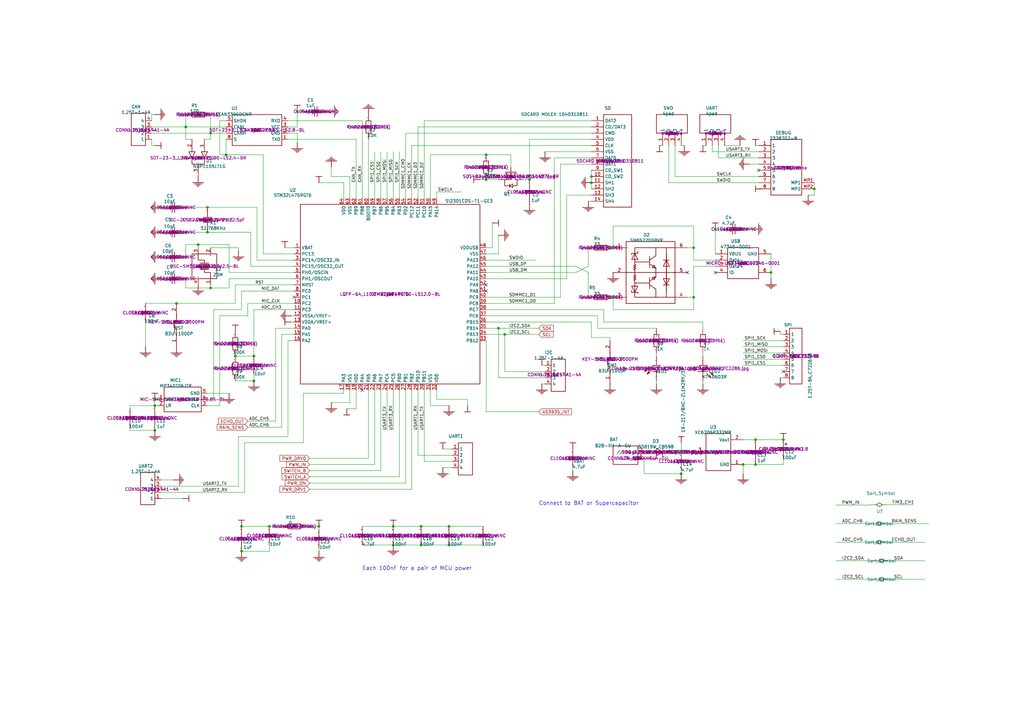
<source format=kicad_sch>
(kicad_sch (version 20250114) (generator "eeschema") (generator_version "9.0")
  (paper "A3")
  (text "Each 100nF for a pair of MCU power" (at 148.59 234.1372 0) (effects (font (size 1.5748 1.5748)) (justify left bottom)))
  (text "Connect to BAT or Supercapacitor" (at 220.98 207.4672 0) (effects (font (size 1.5748 1.5748)) (justify left bottom)))
  (junction (at 184.15 215.9))
  (junction (at 172.72 223.52))
  (junction (at 242.57 72.39))
  (junction (at 199.39 63.5))
  (junction (at 92.71 63.5))
  (junction (at 184.15 223.52))
  (junction (at 217.17 73.66))
  (junction (at 251.46 101.6))
  (junction (at 334.01 77.47))
  (junction (at 63.5 166.37))
  (junction (at 161.29 223.52))
  (junction (at 81.28 100.33))
  (junction (at 96.52 146.05))
  (junction (at 76.2 52.07))
  (junction (at 204.47 134.62))
  (junction (at 309.88 180.34))
  (junction (at 199.39 73.66))
  (junction (at 284.48 121.92))
  (junction (at 172.72 215.9))
  (junction (at 321.31 180.34))
  (junction (at 99.06 215.9))
  (junction (at 121.92 45.72))
  (junction (at 251.46 121.92))
  (junction (at 85.09 85.09))
  (junction (at 99.06 226.06))
  (junction (at 63.5 176.53))
  (junction (at 104.14 156.21))
  (junction (at 86.36 118.11))
  (junction (at 104.14 146.05))
  (junction (at 86.36 54.61))
  (junction (at 309.88 190.5))
  (junction (at 110.49 215.9))
  (junction (at 279.4 185.42))
  (junction (at 207.01 137.16))
  (junction (at 304.8 190.5))
  (junction (at 85.09 95.25))
  (junction (at 284.48 101.6))
  (junction (at 63.5 163.83))
  (junction (at 316.23 111.76))
  (junction (at 279.4 194.31))
  (junction (at 161.29 215.9))
  (junction (at 130.81 215.9))
  (junction (at 242.57 74.93))
  (junction (at 293.37 93.98))
  (junction (at 72.39 124.46))
  (no_connect (at 199.39 119.38))
  (no_connect (at 281.94 111.76))
  (no_connect (at 311.15 69.85))
  (no_connect (at 321.31 152.4))
  (no_connect (at 148.59 160.02))
  (no_connect (at 293.37 111.76))
  (no_connect (at 120.65 121.92))
  (no_connect (at 199.39 116.84))
  (wire (pts (xy 176.53 166.37) (xy 176.53 160.02)))
  (wire (pts (xy 62.23 46.99) (xy 62.23 49.53)))
  (wire (pts (xy 156.21 160.02) (xy 156.21 193.04)))
  (wire (pts (xy 304.8 190.5) (xy 304.8 194.31)))
  (wire (pts (xy 90.17 166.37) (xy 90.17 129.54)))
  (wire (pts (xy 204.47 73.66) (xy 199.39 73.66)))
  (wire (pts (xy 199.39 139.7) (xy 199.39 168.91)))
  (wire (pts (xy 321.31 149.86) (xy 304.8 149.86)))
  (wire (pts (xy 113.03 134.62) (xy 113.03 172.72)))
  (wire (pts (xy 120.65 111.76) (xy 93.98 111.76)))
  (wire (pts (xy 120.65 109.22) (xy 102.87 109.22)))
  (wire (pts (xy 78.74 57.15) (xy 76.2 57.15)))
  (wire (pts (xy 185.42 186.69) (xy 171.45 186.69)))
  (wire (pts (xy 161.29 160.02) (xy 161.29 176.53)))
  (wire (pts (xy 64.77 166.37) (xy 63.5 166.37)))
  (wire (pts (xy 204.47 154.94) (xy 204.47 134.62)))
  (wire (pts (xy 101.6 124.46) (xy 120.65 124.46)))
  (wire (pts (xy 66.04 199.39) (xy 97.79 199.39)))
  (wire (pts (xy 85.09 85.09) (xy 105.41 85.09)))
  (wire (pts (xy 222.25 149.86) (xy 223.52 149.86)))
  (wire (pts (xy 86.36 118.11) (xy 86.36 116.84)))
  (wire (pts (xy 93.98 114.3) (xy 93.98 118.11)))
  (wire (pts (xy 158.75 160.02) (xy 158.75 176.53)))
  (wire (pts (xy 143.51 165.1) (xy 143.51 160.02)))
  (wire (pts (xy 217.17 73.66) (xy 214.63 73.66)))
  (wire (pts (xy 199.39 106.68) (xy 219.71 106.68)))
  (wire (pts (xy 242.57 67.31) (xy 229.87 67.31)))
  (wire (pts (xy 342.773 229.997) (xy 359.029 229.997)))
  (wire (pts (xy 284.48 121.92) (xy 284.48 127)))
  (wire (pts (xy 293.37 109.22) (xy 284.48 109.22)))
  (wire (pts (xy 85.09 166.37) (xy 90.17 166.37)))
  (wire (pts (xy 199.39 63.5) (xy 209.55 63.5)))
  (wire (pts (xy 53.34 166.37) (xy 53.34 167.64)))
  (wire (pts (xy 168.91 160.02) (xy 168.91 200.66)))
  (wire (pts (xy 242.57 80.01) (xy 232.41 80.01)))
  (wire (pts (xy 229.87 67.31) (xy 229.87 121.92)))
  (wire (pts (xy 292.1 62.23) (xy 311.15 62.23)))
  (wire (pts (xy 234.95 191.77) (xy 234.95 193.04)))
  (wire (pts (xy 130.81 215.9) (xy 125.73 215.9)))
  (wire (pts (xy 279.4 185.42) (xy 284.48 185.42)))
  (wire (pts (xy 245.11 129.54) (xy 245.11 134.62)))
  (wire (pts (xy 242.57 59.69) (xy 168.91 59.69)))
  (wire (pts (xy 93.98 118.11) (xy 86.36 118.11)))
  (wire (pts (xy 104.14 156.21) (xy 96.52 156.21)))
  (wire (pts (xy 307.34 67.31) (xy 311.15 67.31)))
  (wire (pts (xy 288.29 59.69) (xy 289.56 59.69)))
  (wire (pts (xy 275.59 185.42) (xy 279.4 185.42)))
  (wire (pts (xy 153.67 160.02) (xy 153.67 190.5)))
  (wire (pts (xy 110.49 226.06) (xy 110.49 223.52)))
  (wire (pts (xy 63.5 166.37) (xy 53.34 166.37)))
  (wire (pts (xy 241.3 109.22) (xy 236.22 111.76)))
  (wire (pts (xy 86.36 57.15) (xy 86.36 54.61)))
  (wire (pts (xy 223.52 152.4) (xy 207.01 152.4)))
  (wire (pts (xy 71.12 196.85) (xy 66.04 196.85)))
  (wire (pts (xy 99.06 226.06) (xy 110.49 226.06)))
  (wire (pts (xy 241.3 121.92) (xy 241.3 111.76)))
  (wire (pts (xy 270.51 59.69) (xy 271.78 59.69)))
  (wire (pts (xy 199.39 137.16) (xy 207.01 137.16)))
  (wire (pts (xy 96.52 116.84) (xy 96.52 124.46)))
  (wire (pts (xy 179.07 78.74) (xy 189.23 78.74)))
  (wire (pts (xy 245.11 134.62) (xy 269.24 134.62)))
  (wire (pts (xy 168.91 59.69) (xy 168.91 81.28)))
  (wire (pts (xy 90.17 129.54) (xy 101.6 129.54)))
  (wire (pts (xy 269.24 146.05) (xy 269.24 144.78)))
  (wire (pts (xy 166.37 54.61) (xy 166.37 81.28)))
  (wire (pts (xy 121.92 54.61) (xy 118.11 54.61)))
  (wire (pts (xy 151.13 81.28) (xy 151.13 57.15)))
  (wire (pts (xy 146.05 167.64) (xy 146.05 160.02)))
  (wire (pts (xy 204.47 96.52) (xy 204.47 104.14)))
  (wire (pts (xy 90.17 63.5) (xy 90.17 49.53)))
  (wire (pts (xy 63.5 59.69) (xy 62.23 59.69)))
  (wire (pts (xy 364.109 237.617) (xy 379.349 237.617)))
  (wire (pts (xy 119.38 129.54) (xy 120.65 129.54)))
  (wire (pts (xy 363.093 214.757) (xy 380.873 214.757)))
  (wire (pts (xy 316.23 111.76) (xy 316.23 104.14)))
  (wire (pts (xy 173.99 160.02) (xy 173.99 189.23)))
  (wire (pts (xy 185.42 189.23) (xy 173.99 189.23)))
  (wire (pts (xy 207.01 152.4) (xy 207.01 137.16)))
  (wire (pts (xy 309.88 180.34) (xy 304.8 180.34)))
  (wire (pts (xy 179.07 81.28) (xy 179.07 78.74)))
  (wire (pts (xy 148.59 223.52) (xy 161.29 223.52)))
  (wire (pts (xy 191.77 166.37) (xy 191.77 163.83)))
  (wire (pts (xy 90.17 49.53) (xy 92.71 49.53)))
  (wire (pts (xy 96.52 146.05) (xy 104.14 146.05)))
  (wire (pts (xy 198.12 215.9) (xy 184.15 215.9)))
  (wire (pts (xy 284.48 127) (xy 251.46 127)))
  (wire (pts (xy 76.2 46.99) (xy 76.2 52.07)))
  (wire (pts (xy 115.57 175.26) (xy 101.6 175.26)))
  (wire (pts (xy 101.6 129.54) (xy 101.6 124.46)))
  (wire (pts (xy 97.79 102.87) (xy 97.79 101.6)))
  (wire (pts (xy 76.2 52.07) (xy 62.23 52.07)))
  (wire (pts (xy 201.93 101.6) (xy 199.39 101.6)))
  (wire (pts (xy 87.63 163.83) (xy 85.09 163.83)))
  (wire (pts (xy 118.11 57.15) (xy 146.05 57.15)))
  (wire (pts (xy 53.34 176.53) (xy 63.5 176.53)))
  (wire (pts (xy 316.23 114.3) (xy 316.23 111.76)))
  (wire (pts (xy 172.72 215.9) (xy 161.29 215.9)))
  (wire (pts (xy 181.61 184.15) (xy 185.42 184.15)))
  (wire (pts (xy 119.38 132.08) (xy 120.65 132.08)))
  (wire (pts (xy 142.24 167.64) (xy 146.05 167.64)))
  (wire (pts (xy 242.57 69.85) (xy 242.57 72.39)))
  (wire (pts (xy 168.91 200.66) (xy 127 200.66)))
  (wire (pts (xy 309.88 190.5) (xy 304.8 190.5)))
  (wire (pts (xy 124.46 181.61) (xy 100.33 181.61)))
  (wire (pts (xy 110.49 215.9) (xy 115.57 215.9)))
  (wire (pts (xy 199.39 132.08) (xy 242.57 132.08)))
  (wire (pts (xy 99.06 215.9) (xy 110.49 215.9)))
  (wire (pts (xy 294.64 64.77) (xy 294.64 59.69)))
  (wire (pts (xy 320.04 137.16) (xy 321.31 137.16)))
  (wire (pts (xy 146.05 57.15) (xy 146.05 81.28)))
  (wire (pts (xy 184.15 166.37) (xy 176.53 166.37)))
  (wire (pts (xy 217.17 57.15) (xy 242.57 57.15)))
  (wire (pts (xy 251.46 127) (xy 251.46 121.92)))
  (wire (pts (xy 113.03 172.72) (xy 101.6 172.72)))
  (wire (pts (xy 264.16 185.42) (xy 265.43 185.42)))
  (wire (pts (xy 99.06 119.38) (xy 99.06 127)))
  (wire (pts (xy 356.87 207.01) (xy 356.87 207.137)))
  (wire (pts (xy 321.31 180.34) (xy 309.88 180.34)))
  (wire (pts (xy 274.32 74.93) (xy 311.15 74.93)))
  (wire (pts (xy 199.39 121.92) (xy 229.87 121.92)))
  (wire (pts (xy 294.64 64.77) (xy 311.15 64.77)))
  (wire (pts (xy 100.33 181.61) (xy 100.33 201.93)))
  (wire (pts (xy 288.29 157.48) (xy 288.29 156.21)))
  (wire (pts (xy 156.21 193.04) (xy 127 193.04)))
  (wire (pts (xy 92.71 54.61) (xy 86.36 54.61)))
  (wire (pts (xy 284.48 106.68) (xy 284.48 101.6)))
  (wire (pts (xy 59.69 142.24) (xy 59.69 132.08)))
  (wire (pts (xy 288.29 134.62) (xy 288.29 132.08)))
  (wire (pts (xy 242.57 54.61) (xy 166.37 54.61)))
  (wire (pts (xy 102.87 109.22) (xy 102.87 95.25)))
  (wire (pts (xy 309.88 59.69) (xy 311.15 59.69)))
  (wire (pts (xy 334.01 74.93) (xy 334.01 77.47)))
  (wire (pts (xy 242.57 64.77) (xy 227.33 64.77)))
  (wire (pts (xy 99.06 127) (xy 87.63 127)))
  (wire (pts (xy 135.89 72.39) (xy 143.51 72.39)))
  (wire (pts (xy 151.13 160.02) (xy 151.13 187.96)))
  (wire (pts (xy 251.46 92.71) (xy 251.46 101.6)))
  (wire (pts (xy 321.31 139.7) (xy 304.8 139.7)))
  (wire (pts (xy 118.11 139.7) (xy 118.11 179.07)))
  (wire (pts (xy 121.92 45.72) (xy 124.46 45.72)))
  (wire (pts (xy 242.57 49.53) (xy 173.99 49.53)))
  (wire (pts (xy 81.28 101.6) (xy 81.28 100.33)))
  (wire (pts (xy 104.14 127) (xy 120.65 127)))
  (wire (pts (xy 281.94 121.92) (xy 284.48 121.92)))
  (wire (pts (xy 166.37 160.02) (xy 166.37 198.12)))
  (wire (pts (xy 92.71 52.07) (xy 76.2 52.07)))
  (wire (pts (xy 76.2 118.11) (xy 86.36 118.11)))
  (wire (pts (xy 279.4 194.31) (xy 279.4 193.04)))
  (wire (pts (xy 199.39 73.66) (xy 196.85 73.66)))
  (wire (pts (xy 293.37 106.68) (xy 284.48 106.68)))
  (wire (pts (xy 223.52 154.94) (xy 204.47 154.94)))
  (wire (pts (xy 104.14 146.05) (xy 104.14 127)))
  (wire (pts (xy 173.99 49.53) (xy 173.99 81.28)))
  (wire (pts (xy 204.47 104.14) (xy 199.39 104.14)))
  (wire (pts (xy 242.57 132.08) (xy 242.57 138.43)))
  (wire (pts (xy 163.83 160.02) (xy 163.83 195.58)))
  (wire (pts (xy 276.86 72.39) (xy 276.86 59.69)))
  (wire (pts (xy 97.79 179.07) (xy 97.79 199.39)))
  (wire (pts (xy 176.53 63.5) (xy 199.39 63.5)))
  (wire (pts (xy 66.04 201.93) (xy 100.33 201.93)))
  (wire (pts (xy 264.16 187.96) (xy 264.16 194.31)))
  (wire (pts (xy 76.2 100.33) (xy 76.2 105.41)))
  (wire (pts (xy 184.15 223.52) (xy 172.72 223.52)))
  (wire (pts (xy 105.41 85.09) (xy 105.41 106.68)))
  (wire (pts (xy 163.83 195.58) (xy 127 195.58)))
  (wire (pts (xy 320.04 135.89) (xy 320.04 137.16)))
  (wire (pts (xy 242.57 138.43) (xy 250.19 138.43)))
  (wire (pts (xy 115.57 137.16) (xy 115.57 175.26)))
  (wire (pts (xy 284.48 92.71) (xy 251.46 92.71)))
  (wire (pts (xy 179.07 163.83) (xy 179.07 160.02)))
  (wire (pts (xy 120.65 137.16) (xy 115.57 137.16)))
  (wire (pts (xy 121.92 58.42) (xy 121.92 54.61)))
  (wire (pts (xy 276.86 72.39) (xy 311.15 72.39)))
  (wire (pts (xy 232.41 114.3) (xy 199.39 114.3)))
  (wire (pts (xy 166.37 198.12) (xy 127 198.12)))
  (wire (pts (xy 105.41 106.68) (xy 120.65 106.68)))
  (wire (pts (xy 171.45 160.02) (xy 171.45 186.69)))
  (wire (pts (xy 74.93 204.47) (xy 66.04 204.47)))
  (wire (pts (xy 102.87 95.25) (xy 85.09 95.25)))
  (wire (pts (xy 241.3 101.6) (xy 241.3 109.22)))
  (wire (pts (xy 363.093 222.377) (xy 379.349 222.377)))
  (wire (pts (xy 222.25 157.48) (xy 223.52 157.48)))
  (wire (pts (xy 140.97 161.29) (xy 124.46 161.29)))
  (wire (pts (xy 130.81 215.9) (xy 130.81 217.17)))
  (wire (pts (xy 217.17 57.15) (xy 217.17 73.66)))
  (wire (pts (xy 118.11 179.07) (xy 97.79 179.07)))
  (wire (pts (xy 297.18 93.98) (xy 293.37 93.98)))
  (wire (pts (xy 264.16 194.31) (xy 279.4 194.31)))
  (wire (pts (xy 247.65 132.08) (xy 247.65 127)))
  (wire (pts (xy 363.22 207.01) (xy 374.65 207.01)))
  (wire (pts (xy 107.95 63.5) (xy 92.71 63.5)))
  (wire (pts (xy 199.39 134.62) (xy 204.47 134.62)))
  (wire (pts (xy 199.39 109.22) (xy 236.22 109.22)))
  (wire (pts (xy 85.09 95.25) (xy 76.2 95.25)))
  (wire (pts (xy 83.82 57.15) (xy 86.36 57.15)))
  (wire (pts (xy 207.01 137.16) (xy 220.98 137.16)))
  (wire (pts (xy 281.94 101.6) (xy 284.48 101.6)))
  (wire (pts (xy 93.98 100.33) (xy 81.28 100.33)))
  (wire (pts (xy 184.15 215.9) (xy 172.72 215.9)))
  (wire (pts (xy 158.75 62.23) (xy 158.75 81.28)))
  (wire (pts (xy 135.89 165.1) (xy 143.51 165.1)))
  (wire (pts (xy 284.48 101.6) (xy 284.48 92.71)))
  (wire (pts (xy 156.21 62.23) (xy 156.21 81.28)))
  (wire (pts (xy 116.84 101.6) (xy 120.65 101.6)))
  (wire (pts (xy 93.98 111.76) (xy 93.98 100.33)))
  (wire (pts (xy 223.52 62.23) (xy 242.57 62.23)))
  (wire (pts (xy 242.57 74.93) (xy 242.57 77.47)))
  (wire (pts (xy 86.36 54.61) (xy 62.23 54.61)))
  (wire (pts (xy 63.5 163.83) (xy 63.5 166.37)))
  (wire (pts (xy 284.48 109.22) (xy 284.48 121.92)))
  (wire (pts (xy 241.3 111.76) (xy 236.22 109.22)))
  (wire (pts (xy 118.11 49.53) (xy 148.59 49.53)))
  (wire (pts (xy 364.109 229.997) (xy 379.349 229.997)))
  (wire (pts (xy 356.87 207.01) (xy 358.14 207.01)))
  (wire (pts (xy 293.37 93.98) (xy 293.37 104.14)))
  (wire (pts (xy 140.97 74.93) (xy 140.97 81.28)))
  (wire (pts (xy 120.65 139.7) (xy 118.11 139.7)))
  (wire (pts (xy 76.2 85.09) (xy 85.09 85.09)))
  (wire (pts (xy 321.31 144.78) (xy 304.8 144.78)))
  (wire (pts (xy 227.33 64.77) (xy 227.33 124.46)))
  (wire (pts (xy 72.39 124.46) (xy 59.69 124.46)))
  (wire (pts (xy 321.31 187.96) (xy 321.31 190.5)))
  (wire (pts (xy 250.19 138.43) (xy 250.19 139.7)))
  (wire (pts (xy 76.2 57.15) (xy 76.2 52.07)))
  (wire (pts (xy 120.65 114.3) (xy 93.98 114.3)))
  (wire (pts (xy 181.61 191.77) (xy 185.42 191.77)))
  (wire (pts (xy 242.57 82.55) (xy 241.3 82.55)))
  (wire (pts (xy 161.29 62.23) (xy 161.29 81.28)))
  (wire (pts (xy 124.46 161.29) (xy 124.46 181.61)))
  (wire (pts (xy 269.24 156.21) (xy 269.24 157.48)))
  (wire (pts (xy 96.52 124.46) (xy 72.39 124.46)))
  (wire (pts (xy 342.773 214.757) (xy 358.013 214.757)))
  (wire (pts (xy 120.65 134.62) (xy 113.03 134.62)))
  (wire (pts (xy 292.1 62.23) (xy 292.1 59.69)))
  (wire (pts (xy 104.14 153.67) (xy 104.14 156.21)))
  (wire (pts (xy 247.65 127) (xy 199.39 127)))
  (wire (pts (xy 151.13 187.96) (xy 127 187.96)))
  (wire (pts (xy 279.4 181.61) (xy 279.4 185.42)))
  (wire (pts (xy 85.09 161.29) (xy 93.98 161.29)))
  (wire (pts (xy 321.31 142.24) (xy 304.8 142.24)))
  (wire (pts (xy 199.39 111.76) (xy 236.22 111.76)))
  (wire (pts (xy 153.67 62.23) (xy 153.67 81.28)))
  (wire (pts (xy 201.93 91.44) (xy 201.93 101.6)))
  (wire (pts (xy 342.773 222.377) (xy 358.013 222.377)))
  (wire (pts (xy 288.29 146.05) (xy 288.29 144.78)))
  (wire (pts (xy 334.01 77.47) (xy 334.01 80.01)))
  (wire (pts (xy 130.81 74.93) (xy 140.97 74.93)))
  (wire (pts (xy 92.71 63.5) (xy 90.17 63.5)))
  (wire (pts (xy 107.95 104.14) (xy 107.95 63.5)))
  (wire (pts (xy 96.52 116.84) (xy 120.65 116.84)))
  (wire (pts (xy 356.87 207.137) (xy 342.773 207.137)))
  (wire (pts (xy 321.31 190.5) (xy 309.88 190.5)))
  (wire (pts (xy 63.5 46.99) (xy 62.23 46.99)))
  (wire (pts (xy 204.47 134.62) (xy 220.98 134.62)))
  (wire (pts (xy 148.59 49.53) (xy 148.59 81.28)))
  (wire (pts (xy 87.63 127) (xy 87.63 163.83)))
  (wire (pts (xy 303.53 59.69) (xy 297.18 59.69)))
  (wire (pts (xy 135.89 68.58) (xy 135.89 72.39)))
  (wire (pts (xy 148.59 215.9) (xy 161.29 215.9)))
  (wire (pts (xy 97.79 101.6) (xy 86.36 101.6)))
  (wire (pts (xy 64.77 163.83) (xy 63.5 163.83)))
  (wire (pts (xy 198.12 223.52) (xy 184.15 223.52)))
  (wire (pts (xy 118.11 52.07) (xy 121.92 52.07)))
  (wire (pts (xy 86.36 46.99) (xy 86.36 54.61)))
  (wire (pts (xy 76.2 100.33) (xy 81.28 100.33)))
  (wire (pts (xy 143.51 72.39) (xy 143.51 81.28)))
  (wire (pts (xy 209.55 63.5) (xy 209.55 68.58)))
  (wire (pts (xy 62.23 59.69) (xy 62.23 57.15)))
  (wire (pts (xy 127 190.5) (xy 153.67 190.5)))
  (wire (pts (xy 76.2 114.3) (xy 76.2 118.11)))
  (wire (pts (xy 321.31 147.32) (xy 304.8 147.32)))
  (wire (pts (xy 199.39 129.54) (xy 245.11 129.54)))
  (wire (pts (xy 171.45 52.07) (xy 171.45 81.28)))
  (wire (pts (xy 99.06 119.38) (xy 120.65 119.38)))
  (wire (pts (xy 199.39 124.46) (xy 227.33 124.46)))
  (wire (pts (xy 53.34 175.26) (xy 53.34 176.53)))
  (wire (pts (xy 92.71 57.15) (xy 92.71 63.5)))
  (wire (pts (xy 140.97 160.02) (xy 140.97 161.29)))
  (wire (pts (xy 120.65 104.14) (xy 107.95 104.14)))
  (wire (pts (xy 191.77 163.83) (xy 179.07 163.83)))
  (wire (pts (xy 172.72 223.52) (xy 161.29 223.52)))
  (wire (pts (xy 288.29 132.08) (xy 247.65 132.08)))
  (wire (pts (xy 232.41 80.01) (xy 232.41 114.3)))
  (wire (pts (xy 312.42 77.47) (xy 311.15 77.47)))
  (wire (pts (xy 334.01 80.01) (xy 331.47 80.01)))
  (wire (pts (xy 304.8 93.98) (xy 308.61 93.98)))
  (wire (pts (xy 130.81 226.06) (xy 130.81 224.79)))
  (wire (pts (xy 342.773 237.617) (xy 359.029 237.617)))
  (wire (pts (xy 242.57 52.07) (xy 171.45 52.07)))
  (wire (pts (xy 274.32 74.93) (xy 274.32 59.69)))
  (wire (pts (xy 320.04 154.94) (xy 321.31 154.94)))
  (wire (pts (xy 199.39 168.91) (xy 220.98 168.91)))
  (wire (pts (xy 121.92 52.07) (xy 121.92 45.72)))
  (wire (pts (xy 176.53 81.28) (xy 176.53 63.5)))
  (wire (pts (xy 163.83 62.23) (xy 163.83 81.28)))
  (wire (pts (xy 242.57 72.39) (xy 242.57 74.93)))
  (wire (pts (xy 280.67 59.69) (xy 279.4 59.69)))
  (label "SWCLK" (at 293.878 72.39 0) (effects (font (size 1.2192 1.2192))))
  (label "SPI1_MISO" (at 305.308 142.24 0) (effects (font (size 1.2192 1.2192))))
  (label "SDMMC1_CMD" (at 166.37 77.47 90) (effects (font (size 1.2192 1.2192))))
  (label "ADC_CH6" (at 102.108 175.26 0) (effects (font (size 1.2192 1.2192))))
  (label "USART1_TX" (at 173.99 176.53 90) (effects (font (size 1.2192 1.2192))))
  (label "RAIN_SENS" (at 365.633 214.757 0))
  (label "USART3_TX" (at 297.688 62.23 0) (effects (font (size 1.2192 1.2192))))
  (label "I2C2_SDA" (at 345.313 229.997 0))
  (label "SDMMC1_D0" (at 208.788 124.46 0) (effects (font (size 1.2192 1.2192))))
  (label "USART3_TX" (at 158.75 176.53 90) (effects (font (size 1.2192 1.2192))))
  (label "ADC_CH3" (at 107.188 127 0) (effects (font (size 1.2192 1.2192))))
  (label "USB_DP" (at 208.788 109.22 0) (effects (font (size 1.2192 1.2192))))
  (label "SDMMC1_D1" (at 208.788 121.92 0) (effects (font (size 1.2192 1.2192))))
  (label "SPI1_SCK" (at 305.308 139.7 0) (effects (font (size 1.2192 1.2192))))
  (label "MIC_CLK" (at 107.188 124.46 0) (effects (font (size 1.2192 1.2192))))
  (label "USB_DM" (at 208.788 111.76 0) (effects (font (size 1.2192 1.2192))))
  (label "SDMMC1_CK" (at 168.91 77.47 90) (effects (font (size 1.2192 1.2192))))
  (label "SCL" (at 366.649 237.617 0))
  (label "SWDIO" (at 293.878 74.93 0) (effects (font (size 1.2192 1.2192))))
  (label "USART3_RX" (at 161.29 176.53 90) (effects (font (size 1.2192 1.2192))))
  (label "I2C2_SDA" (at 208.788 134.62 0) (effects (font (size 1.2192 1.2192))))
  (label "SPI1_MOSI" (at 305.308 144.78 0) (effects (font (size 1.2192 1.2192))))
  (label "SDMMC1_D3" (at 171.45 77.47 90) (effects (font (size 1.2192 1.2192))))
  (label "I2C2_SCL" (at 208.788 137.16 0) (effects (font (size 1.2192 1.2192))))
  (label "CAN_RX" (at 148.59 74.93 90) (effects (font (size 1.2192 1.2192))))
  (label "PWM_IN" (at 345.313 207.137 0))
  (label "ADC_CH6" (at 345.313 214.757 0))
  (label "USART2_TX" (at 83.058 199.39 0) (effects (font (size 1.2192 1.2192))))
  (label "TIM3_CH1" (at 365.76 207.01 0))
  (label "SPI1_MISO" (at 161.29 74.93 90) (effects (font (size 1.2192 1.2192))))
  (label "RST" (at 104.648 116.84 0) (effects (font (size 1.2192 1.2192))))
  (label "SPI1_CS1" (at 153.67 74.93 90) (effects (font (size 1.2192 1.2192))))
  (label "USART2_RX" (at 83.058 201.93 0) (effects (font (size 1.2192 1.2192))))
  (label "ECHO_OUT" (at 365.633 222.377 0))
  (label "USART3_RX" (at 297.688 64.77 0) (effects (font (size 1.2192 1.2192))))
  (label "SPI1_MOSI" (at 158.75 74.93 90) (effects (font (size 1.2192 1.2192))))
  (label "SDMMC1_D2" (at 173.99 77.47 90) (effects (font (size 1.2192 1.2192))))
  (label "I2C2_SCL" (at 345.313 237.617 0))
  (label "ADC_CH5" (at 102.108 172.72 0) (effects (font (size 1.2192 1.2192))))
  (label "MIC_DAT" (at 107.188 119.38 0) (effects (font (size 1.2192 1.2192))))
  (label "SPI1_CS1" (at 305.308 149.86 0) (effects (font (size 1.2192 1.2192))))
  (label "SPI1_CS0" (at 156.21 74.93 90) (effects (font (size 1.2192 1.2192))))
  (label "SDA" (at 366.649 229.997 0))
  (label "USART1_RX" (at 171.45 176.53 90) (effects (font (size 1.2192 1.2192))))
  (label "SPI1_SCK" (at 163.83 74.93 90) (effects (font (size 1.2192 1.2192))))
  (label "SWCLK" (at 179.578 78.74 0) (effects (font (size 1.2192 1.2192))))
  (label "CAN_TX" (at 146.05 74.93 90) (effects (font (size 1.2192 1.2192))))
  (label "ADC_CH5" (at 345.313 222.377 0))
  (label "SWDIO" (at 208.788 106.68 0) (effects (font (size 1.2192 1.2192))))
  (label "SPI1_CS0" (at 305.308 147.32 0) (effects (font (size 1.2192 1.2192))))
  (global_label "PWR_DRV0" (shape input) (at 127 187.96 180) (property "Intersheetrefs" "${INTERSHEET_REFS}" (effects (hide yes))))
  (global_label "PWR_ON" (shape input) (at 127 198.12 180) (property "Intersheetrefs" "${INTERSHEET_REFS}" (effects (hide yes))))
  (global_label "RAIN_SENS" (shape input) (at 101.6 175.26 180) (property "Intersheetrefs" "${INTERSHEET_REFS}" (effects (hide yes))))
  (global_label "SWITCH_B" (shape input) (at 127 193.04 180) (property "Intersheetrefs" "${INTERSHEET_REFS}" (effects (hide yes))))
  (global_label "SCL" (shape input) (at 220.98 137.16 0) (property "Intersheetrefs" "${INTERSHEET_REFS}" (effects (hide yes))))
  (global_label "ECHO_OUT" (shape input) (at 101.6 172.72 180) (property "Intersheetrefs" "${INTERSHEET_REFS}" (effects (hide yes))))
  (global_label "AS3935_INT" (shape input) (at 220.98 168.91 0) (property "Intersheetrefs" "${INTERSHEET_REFS}" (effects (hide yes))))
  (global_label "PWR_DRV1" (shape input) (at 127 200.66 180) (property "Intersheetrefs" "${INTERSHEET_REFS}" (effects (hide yes))))
  (global_label "SDA" (shape input) (at 220.98 134.62 0) (property "Intersheetrefs" "${INTERSHEET_REFS}" (effects (hide yes))))
  (global_label "SWITCH_A" (shape input) (at 127 195.58 180) (property "Intersheetrefs" "${INTERSHEET_REFS}" (effects (hide yes))))
  (global_label "PWM_IN" (shape input) (at 127 190.5 180) (property "Intersheetrefs" "${INTERSHEET_REFS}" (effects (hide yes))))
  (symbol (lib_id "ProDoc_Qin-easyedapro:GND") (at 184.15 166.37 0) (unit 1)
    (property "Reference" "#PWR0168" (effects (hide yes)))
    (property "Value" "GND" (effects (hide yes)))
    (property "Footprint" "ProDoc_Qin-easyedapro:" (effects (hide yes)))
    (instances (project "" (path "" (reference "#PWR?") (unit 1))) (project "" (path "" (reference "#PWR0168") (unit 1))))
  )
  (symbol (lib_id "ProDoc_Qin-easyedapro:10nF") (at 110.49 219.71 90) (unit 1)
    (property "Reference" "C15" (at 113.03 220.9038 90))
    (property "Value" "10nF" (at 113.03 223.1898 90))
    (property "Footprint" "ProDoc_Qin-easyedapro:C0402" (effects (hide yes)))
    (property "Manufacturer Part" "CL05B103KB5NNNC" (effects (hide yes)))
    (property "Manufacturer" "SAMSUNG" (effects (hide yes)))
    (property "Supplier Part" "C15195" (effects (hide yes)))
    (property "Supplier" "LCSC" (effects (hide yes)))
    (property "Add into BOM" "yes" (at 110.49 219.71 90))
    (property "Convert to PCB" "yes" (at 110.49 219.71 90))
    (property "Origin Footprint" "C0402" (at 110.49 219.71 90))
    (property "nameAlias" "Capacitance" (at 110.49 219.71 90))
    (property "spicePre" "C" (at 110.49 219.71 90))
    (property "spiceSymbolName" "CL05B103KB5NNNC" (at 110.49 219.71 90))
  )
  (symbol (lib_id "ProDoc_Qin-easyedapro:GND") (at 104.14 156.21 0) (unit 1)
    (property "Reference" "#PWR0132" (effects (hide yes)))
    (property "Value" "GND" (effects (hide yes)))
    (property "Footprint" "ProDoc_Qin-easyedapro:" (effects (hide yes)))
    (instances (project "" (path "" (reference "#PWR?") (unit 1))) (project "" (path "" (reference "#PWR0132") (unit 1))))
  )
  (symbol (lib_id "ProDoc_Qin-easyedapro:B2B-XH-A-GU") (at 261.62 187.96 180) (unit 1)
    (property "Reference" "BAT1" (at 251.7394 180.2638 0))
    (property "Value" "B2B-XH-A-GU" (at 251.4346 182.8038 0))
    (property "Footprint" "ProDoc_Qin-easyedapro:CONN-TH_B2B-XH-A-GU" (effects (hide yes)))
    (property "Manufacturer Part" "B2B-XH-A-GU" (effects (hide yes)))
    (property "Manufacturer" "JST Sales America" (effects (hide yes)))
    (property "Supplier Part" "C265283" (effects (hide yes)))
    (property "Supplier" "LCSC" (effects (hide yes)))
    (property "Add into BOM" "yes" (at 261.62 187.96 0))
    (property "Contributor" "LCSC" (at 261.62 187.96 0))
    (property "Convert to PCB" "yes" (at 261.62 187.96 0))
    (property "Origin Footprint" "CONN-TH_B2B-XH-A-GU" (at 261.62 187.96 0))
    (property "spicePre" "U" (at 261.62 187.96 0))
    (property "spiceSymbolName" "B2B-XH-A-GU" (at 261.62 187.96 0))
    (instances (project "" (path "" (reference "BAT") (unit 1))) (project "" (path "" (reference "BAT1") (unit 1))))
  )
  (symbol (lib_id "ProDoc_Qin-easyedapro:GND") (at 121.92 58.42 0) (unit 1)
    (property "Reference" "#PWR0154" (effects (hide yes)))
    (property "Value" "GND" (effects (hide yes)))
    (property "Footprint" "ProDoc_Qin-easyedapro:" (effects (hide yes)))
    (instances (project "" (path "" (reference "#PWR?") (unit 1))) (project "" (path "" (reference "#PWR0154") (unit 1))))
  )
  (symbol (lib_id "ProDoc_Qin-easyedapro:NUP1105LT1G") (at 81.28 64.77 270) (unit 1)
    (property "Reference" "D1" (at 85.852 65.9384 90))
    (property "Value" "NUP1105LT1G" (at 85.852 68.2498 90))
    (property "Footprint" "ProDoc_Qin-easyedapro:SOT-23-3_L2.9-W1.3-P1.90-LS2.4-BR" (effects (hide yes)))
    (property "Manufacturer Part" "NUP1105LT1G" (effects (hide yes)))
    (property "Manufacturer" "ON" (effects (hide yes)))
    (property "Supplier Part" "C130455" (effects (hide yes)))
    (property "Supplier" "LCSC" (effects (hide yes)))
    (property "Add into BOM" "yes" (at 81.28 64.77 90))
    (property "Contributor" "LCSC" (at 81.28 64.77 90))
    (property "Convert to PCB" "yes" (at 81.28 64.77 90))
    (property "Origin Footprint" "SOT-23-3_L2.9-W1.3-P1.90-LS2.4-BR" (at 81.28 64.77 90))
    (property "spicePre" "D" (at 81.28 64.77 90))
    (property "spiceSymbolName" "NUP1105LT1G" (at 81.28 64.77 90))
  )
  (symbol (lib_id "ProDoc_Qin-easyedapro:GND") (at 81.28 116.84 0) (unit 1)
    (property "Reference" "#PWR0145" (effects (hide yes)))
    (property "Value" "GND" (effects (hide yes)))
    (property "Footprint" "ProDoc_Qin-easyedapro:" (effects (hide yes)))
    (instances (project "" (path "" (reference "#PWR?") (unit 1))) (project "" (path "" (reference "#PWR0145") (unit 1))))
  )
  (symbol (lib_id "ProDoc_Qin-easyedapro:KT-0603R") (at 289.56 151.13 90) (unit 1)
    (property "Reference" "LED2" (at 293.116 152.3238 90))
    (property "Value" "KT-0603R" (at 293.116 154.5844 90))
    (property "Footprint" "ProDoc_Qin-easyedapro:LED0603-R-RD" (effects (hide yes)))
    (property "Manufacturer Part" "KT-0603R" (effects (hide yes)))
    (property "Manufacturer" "KENTO" (effects (hide yes)))
    (property "Supplier Part" "C2286" (effects (hide yes)))
    (property "Supplier" "LCSC" (effects (hide yes)))
    (property "Add into BOM" "yes" (at 289.56 151.13 90))
    (property "Convert to PCB" "yes" (at 289.56 151.13 90))
    (property "Origin Footprint" "LED0603-R-RD" (at 289.56 151.13 90))
    (property "image" "//image.lceda.cn/szlcsc/C2286.jpg" (at 289.56 151.13 90))
    (property "spicePre" "L" (at 289.56 151.13 90))
    (property "spiceSymbolName" "KT-0603R" (at 289.56 151.13 90))
  )
  (symbol (lib_id "ProDoc_Qin-easyedapro:GND") (at 241.3 82.55 0) (unit 1)
    (property "Reference" "#PWR0163" (effects (hide yes)))
    (property "Value" "GND" (effects (hide yes)))
    (property "Footprint" "ProDoc_Qin-easyedapro:" (effects (hide yes)))
    (instances (project "" (path "" (reference "#PWR?") (unit 1))) (project "" (path "" (reference "#PWR0163") (unit 1))))
  )
  (symbol (lib_id "ProDoc_Qin-easyedapro:100nF") (at 172.72 219.71 90) (unit 1)
    (property "Reference" "C18" (at 175.26 220.9038 90))
    (property "Value" "100nF" (at 175.26 223.1898 90))
    (property "Footprint" "ProDoc_Qin-easyedapro:C0402" (effects (hide yes)))
    (property "Manufacturer Part" "CL05B104KO5NNNC" (effects (hide yes)))
    (property "Manufacturer" "SAMSUNG" (effects (hide yes)))
    (property "Supplier Part" "C1525" (effects (hide yes)))
    (property "Supplier" "LCSC" (effects (hide yes)))
    (property "Add into BOM" "yes" (at 172.72 219.71 90))
    (property "Convert to PCB" "yes" (at 172.72 219.71 90))
    (property "Origin Footprint" "C0402" (at 172.72 219.71 90))
    (property "nameAlias" "Capacitance" (at 172.72 219.71 90))
    (property "spicePre" "C" (at 172.72 219.71 90))
    (property "spiceSymbolName" "CL05B104KO5NNNC" (at 172.72 219.71 90))
  )
  (symbol (lib_id "ProDoc_Qin-easyedapro:GND") (at 72.39 142.24 0) (unit 1)
    (property "Reference" "#PWR0129" (effects (hide yes)))
    (property "Value" "GND" (effects (hide yes)))
    (property "Footprint" "ProDoc_Qin-easyedapro:" (effects (hide yes)))
    (instances (project "" (path "" (reference "#PWR?") (unit 1))) (project "" (path "" (reference "#PWR0129") (unit 1))))
  )
  (symbol (lib_id "ProDoc_Qin-easyedapro:GND") (at 217.17 83.82 0) (unit 1)
    (property "Reference" "#PWR0166" (effects (hide yes)))
    (property "Value" "GND" (effects (hide yes)))
    (property "Footprint" "ProDoc_Qin-easyedapro:" (effects (hide yes)))
    (instances (project "" (path "" (reference "#PWR?") (unit 1))) (project "" (path "" (reference "#PWR0166") (unit 1))))
  )
  (symbol (lib_id "ProDoc_Qin-easyedapro:10pF") (at 71.12 105.41 180) (unit 1)
    (property "Reference" "C6" (at 68.9356 100.7364 0))
    (property "Value" "10pF" (at 68.9356 102.9716 0))
    (property "Footprint" "ProDoc_Qin-easyedapro:C0402" (effects (hide yes)))
    (property "Manufacturer Part" "CL05C100JB5NNNC" (effects (hide yes)))
    (property "Manufacturer" "SAMSUNG" (effects (hide yes)))
    (property "Supplier Part" "C32949" (effects (hide yes)))
    (property "Supplier" "LCSC" (effects (hide yes)))
    (property "Add into BOM" "yes" (at 71.12 105.41 0))
    (property "Convert to PCB" "yes" (at 71.12 105.41 0))
    (property "Origin Footprint" "C0402" (at 71.12 105.41 0))
    (property "nameAlias" "Capacitance" (at 71.12 105.41 0))
    (property "spicePre" "C" (at 71.12 105.41 0))
    (property "spiceSymbolName" "CL05C100JB5NNNC" (at 71.12 105.41 0))
  )
  (symbol (lib_id "ProDoc_Qin-easyedapro:1K") (at 269.24 139.7 90) (unit 1)
    (property "Reference" "R6" (at 270.764 140.8938 90))
    (property "Value" "1K" (at 270.764 143.1798 90))
    (property "Footprint" "ProDoc_Qin-easyedapro:R0603" (effects (hide yes)))
    (property "Manufacturer Part" "0603WAF1001T5E" (effects (hide yes)))
    (property "Manufacturer" "UniOhm" (effects (hide yes)))
    (property "Supplier Part" "C21190" (effects (hide yes)))
    (property "Supplier" "LCSC" (effects (hide yes)))
    (property "Add into BOM" "yes" (at 269.24 139.7 90))
    (property "Convert to PCB" "yes" (at 269.24 139.7 90))
    (property "Origin Footprint" "R0603" (at 269.24 139.7 90))
    (property "nameAlias" "Resistance (Ohms)" (at 269.24 139.7 90))
    (property "spicePre" "R" (at 269.24 139.7 90))
    (property "spiceSymbolName" "0603WAF1001T5E" (at 269.24 139.7 90))
  )
  (symbol (lib_id "ProDoc_Qin-easyedapro:25M") (at 83.82 109.22 90) (unit 1)
    (property "Reference" "X2" (at 89.4842 110.4138 90))
    (property "Value" "25M" (at 89.408 112.6744 90))
    (property "Footprint" "ProDoc_Qin-easyedapro:OSC-SMD_4P-L3.2-W2.5-BL" (effects (hide yes)))
    (property "Manufacturer Part" "3S24000333" (effects (hide yes)))
    (property "Manufacturer" "Failong Crystal" (effects (hide yes)))
    (property "Supplier Part" "C427553" (effects (hide yes)))
    (property "Supplier" "LCSC" (effects (hide yes)))
    (property "Add into BOM" "yes" (at 83.82 109.22 90))
    (property "Contributor" "LCSC" (at 83.82 109.22 90))
    (property "Convert to PCB" "yes" (at 83.82 109.22 90))
    (property "Origin Footprint" "OSC-SMD_4P-L3.2-W2.5-BL" (at 83.82 109.22 90))
    (property "nameAlias" "Frequency" (at 83.82 109.22 90))
    (property "spicePre" "X" (at 83.82 109.22 90))
    (property "spiceSymbolName" "3S24000333" (at 83.82 109.22 90))
  )
  (symbol (lib_id "ProDoc_Qin-easyedapro:GND") (at 320.04 154.94 0) (unit 1)
    (property "Reference" "#PWR0113" (effects (hide yes)))
    (property "Value" "GND" (effects (hide yes)))
    (property "Footprint" "ProDoc_Qin-easyedapro:" (effects (hide yes)))
    (instances (project "" (path "" (reference "#PWR?") (unit 1))) (project "" (path "" (reference "#PWR0113") (unit 1))))
  )
  (symbol (lib_id "ProDoc_Qin-easyedapro:+5V") (at 293.37 93.98 0) (unit 1)
    (property "Reference" "#PWR0107" (effects (hide yes)))
    (property "Value" "+5V" (effects (hide yes)))
    (property "Footprint" "ProDoc_Qin-easyedapro:" (effects (hide yes)))
    (instances (project "" (path "" (reference "#PWR?") (unit 1))) (project "" (path "" (reference "#PWR0107") (unit 1))))
  )
  (symbol (lib_id "ProDoc_Qin-easyedapro:0") (at 120.65 215.9 0) (unit 1)
    (property "Reference" "R10" (at 119.126 212.1916 0))
    (property "Value" "0" (at 119.126 214.4776 0))
    (property "Footprint" "ProDoc_Qin-easyedapro:R0402" (effects (hide yes)))
    (property "Manufacturer Part" "RC0402JR-070RL" (effects (hide yes)))
    (property "Manufacturer" "YAGEO" (effects (hide yes)))
    (property "Supplier Part" "C60485" (effects (hide yes)))
    (property "Supplier" "LCSC" (effects (hide yes)))
    (property "Add into BOM" "yes" (at 120.65 215.9 0))
    (property "Convert to PCB" "yes" (at 120.65 215.9 0))
    (property "Origin Footprint" "R0402" (at 120.65 215.9 0))
    (property "nameAlias" "Resistance (Ohms)" (at 120.65 215.9 0))
    (property "spicePre" "R" (at 120.65 215.9 0))
    (property "spiceSymbolName" "RC0402JR-070RL" (at 120.65 215.9 0))
  )
  (symbol (lib_id "ProDoc_Qin-easyedapro:STM32L476RGT6") (at 160.02 120.65 0) (unit 1)
    (property "Reference" "U2" (at 120.0404 77.978 0))
    (property "Value" "STM32L476RGT6" (at 120.0404 80.0862 0))
    (property "Footprint" "ProDoc_Qin-easyedapro:LQFP-64_L10.0-W10.0-P0.50-LS12.0-BL" (effects (hide yes)))
    (property "Manufacturer Part" "STM32L476RGT6" (effects (hide yes)))
    (property "Manufacturer" "STMicroelectronics" (effects (hide yes)))
    (property "Supplier Part" "C74797" (effects (hide yes)))
    (property "Supplier" "LCSC" (effects (hide yes)))
    (property "Add into BOM" "yes" (at 160.02 120.65 0))
    (property "Convert to PCB" "yes" (at 160.02 120.65 0))
    (property "Origin Footprint" "LQFP-64_L10.0-W10.0-P0.50-LS12.0-BL" (at 160.02 120.65 0))
    (property "spicePre" "U" (at 160.02 120.65 0))
    (property "spiceSymbolName" "STM32L476RGT6" (at 160.02 120.65 0))
  )
  (symbol (lib_id "ProDoc_Qin-easyedapro:10pF") (at 71.12 95.25 0) (unit 1)
    (property "Reference" "C5" (at 68.9356 90.0938 0))
    (property "Value" "10pF" (at 69.596 92.8116 0))
    (property "Footprint" "ProDoc_Qin-easyedapro:C0402" (effects (hide yes)))
    (property "Manufacturer Part" "CL05C100JB5NNNC" (effects (hide yes)))
    (property "Manufacturer" "SAMSUNG" (effects (hide yes)))
    (property "Supplier Part" "C32949" (effects (hide yes)))
    (property "Supplier" "LCSC" (effects (hide yes)))
    (property "Add into BOM" "yes" (at 71.12 95.25 0))
    (property "Convert to PCB" "yes" (at 71.12 95.25 0))
    (property "Origin Footprint" "C0402" (at 71.12 95.25 0))
    (property "nameAlias" "Capacitance" (at 71.12 95.25 0))
    (property "spicePre" "C" (at 71.12 95.25 0))
    (property "spiceSymbolName" "CL05C100JB5NNNC" (at 71.12 95.25 0))
  )
  (symbol (lib_id "ProDoc_Qin-easyedapro:GND") (at 307.34 67.31 270) (unit 1)
    (property "Reference" "#PWR0118" (effects (hide yes)))
    (property "Value" "GND" (effects (hide yes)))
    (property "Footprint" "ProDoc_Qin-easyedapro:" (effects (hide yes)))
    (instances (project "" (path "" (reference "#PWR?") (unit 1))) (project "" (path "" (reference "#PWR0118") (unit 1))))
  )
  (symbol (lib_id "ProDoc_Qin-easyedapro:d8f82a34bc8fbed0") (at 361.569 237.617 0) (unit 1)
    (property "Reference" "U16" (at 361.569 237.617 0))
    (property "Value" "Sort_Symbol" (at 361.569 237.617 0))
    (property "Footprint" "ProDoc_Qin-easyedapro:" (effects (hide yes)))
    (instances (project "" (path "" (reference "U?") (unit 1))) (project "" (path "" (reference "U16") (unit 1))))
  )
  (symbol (lib_id "ProDoc_Qin-easyedapro:GND") (at 316.23 114.3 0) (unit 1)
    (property "Reference" "#PWR0112" (effects (hide yes)))
    (property "Value" "GND" (effects (hide yes)))
    (property "Footprint" "ProDoc_Qin-easyedapro:" (effects (hide yes)))
    (instances (project "" (path "" (reference "#PWR?") (unit 1))) (project "" (path "" (reference "#PWR0112") (unit 1))))
  )
  (symbol (lib_id "ProDoc_Qin-easyedapro:3.3V") (at 191.77 166.37 180) (unit 1)
    (property "Reference" "#PWR0169" (effects (hide yes)))
    (property "Value" "3.3V" (effects (hide yes)))
    (property "Footprint" "ProDoc_Qin-easyedapro:" (effects (hide yes)))
    (instances (project "" (path "" (reference "#PWR?") (unit 1))) (project "" (path "" (reference "#PWR0169") (unit 1))))
  )
  (symbol (lib_id "ProDoc_Qin-easyedapro:3.3V") (at 161.29 215.9 0) (unit 1)
    (property "Reference" "#PWR0140" (effects (hide yes)))
    (property "Value" "3.3V" (effects (hide yes)))
    (property "Footprint" "ProDoc_Qin-easyedapro:" (effects (hide yes)))
    (instances (project "" (path "" (reference "#PWR?") (unit 1))) (project "" (path "" (reference "#PWR0140") (unit 1))))
  )
  (symbol (lib_id "ProDoc_Qin-easyedapro:+5V") (at 279.4 181.61 0) (unit 1)
    (property "Reference" "#PWR0104" (effects (hide yes)))
    (property "Value" "+5V" (effects (hide yes)))
    (property "Footprint" "ProDoc_Qin-easyedapro:" (effects (hide yes)))
    (instances (project "" (path "" (reference "#PWR?") (unit 1))) (project "" (path "" (reference "#PWR0104") (unit 1))))
  )
  (symbol (lib_id "ProDoc_Qin-easyedapro:GND") (at 279.4 194.31 0) (unit 1)
    (property "Reference" "#PWR0106" (effects (hide yes)))
    (property "Value" "GND" (effects (hide yes)))
    (property "Footprint" "ProDoc_Qin-easyedapro:" (effects (hide yes)))
    (instances (project "" (path "" (reference "#PWR?") (unit 1))) (project "" (path "" (reference "#PWR0106") (unit 1))))
  )
  (symbol (lib_id "ProDoc_Qin-easyedapro:1.25T-8A_C722648") (at 326.39 146.05 0) (unit 1)
    (property "Reference" "SPI1" (at 323.1896 133.2738 0))
    (property "Value" "1.25T-8A_C722648" (at 332.2066 154.1526 90))
    (property "Footprint" "ProDoc_Qin-easyedapro:CONN-TH_1.25T-8A" (effects (hide yes)))
    (property "Manufacturer Part" "1.25T-8A" (effects (hide yes)))
    (property "Manufacturer" "CAX" (effects (hide yes)))
    (property "Supplier Part" "C722648" (effects (hide yes)))
    (property "Supplier" "LCSC" (effects (hide yes)))
    (property "Add into BOM" "yes" (at 326.39 146.05 0))
    (property "Contributor" "LCSC" (at 326.39 146.05 0))
    (property "Convert to PCB" "yes" (at 326.39 146.05 0))
    (property "Origin Footprint" "CONN-TH_1.25T-8A" (at 326.39 146.05 0))
    (property "spicePre" "C" (at 326.39 146.05 0))
    (property "spiceSymbolName" "1.25T-8A_C722648" (at 326.39 146.05 0))
    (instances (project "" (path "" (reference "SPI") (unit 1))) (project "" (path "" (reference "SPI1") (unit 1))))
  )
  (symbol (lib_id "ProDoc_Qin-easyedapro:GND") (at 288.29 157.48 0) (unit 1)
    (property "Reference" "#PWR0111" (effects (hide yes)))
    (property "Value" "GND" (effects (hide yes)))
    (property "Footprint" "ProDoc_Qin-easyedapro:" (effects (hide yes)))
    (instances (project "" (path "" (reference "#PWR?") (unit 1))) (project "" (path "" (reference "#PWR0111") (unit 1))))
  )
  (symbol (lib_id "ProDoc_Qin-easyedapro:SI2301CDS-T1-GE3") (at 209.55 72.39 270) (unit 1)
    (property "Reference" "Q1" (at 207.9498 79.4766 90))
    (property "Value" "SI2301CDS-T1-GE3" (at 192.3796 82.4484 90))
    (property "Footprint" "ProDoc_Qin-easyedapro:SOT-23-3_L3.0-W1.7-P0.95-LS2.9-BR" (effects (hide yes)))
    (property "Manufacturer Part" "SI2301CDS-T1-GE3" (effects (hide yes)))
    (property "Manufacturer" "VISHAY" (effects (hide yes)))
    (property "Supplier Part" "C10487" (effects (hide yes)))
    (property "Supplier" "LCSC" (effects (hide yes)))
    (property "Add into BOM" "yes" (at 209.55 72.39 90))
    (property "Convert to PCB" "yes" (at 209.55 72.39 90))
    (property "Origin Footprint" "SOT-23-3_L3.0-W1.7-P0.95-LS2.9-BR" (at 209.55 72.39 90))
    (property "image" "//image.lceda.cn/szlcsc/C10487.jpg" (at 209.55 72.39 90))
    (property "spicePre" "Q" (at 209.55 72.39 90))
    (property "spiceSymbolName" "SI2301CDS-T1-GE3" (at 209.55 72.39 90))
  )
  (symbol (lib_id "ProDoc_Qin-easyedapro:120") (at 81.28 46.99 0) (unit 1)
    (property "Reference" "R1" (at 79.756 43.2562 0))
    (property "Value" "120" (at 79.756 45.5676 0))
    (property "Footprint" "ProDoc_Qin-easyedapro:R0603" (effects (hide yes)))
    (property "Manufacturer Part" "0603WAF1200T5E" (effects (hide yes)))
    (property "Manufacturer" "UniOhm" (effects (hide yes)))
    (property "Supplier Part" "C22787" (effects (hide yes)))
    (property "Supplier" "LCSC" (effects (hide yes)))
    (property "Add into BOM" "yes" (at 81.28 46.99 0))
    (property "Convert to PCB" "yes" (at 81.28 46.99 0))
    (property "Origin Footprint" "R0603" (at 81.28 46.99 0))
    (property "nameAlias" "Resistance (Ohms)" (at 81.28 46.99 0))
    (property "spicePre" "R" (at 81.28 46.99 0))
    (property "spiceSymbolName" "0603WAF1200T5E" (at 81.28 46.99 0))
  )
  (symbol (lib_id "ProDoc_Qin-easyedapro:GND") (at 331.47 80.01 0) (unit 1)
    (property "Reference" "#PWR0108" (effects (hide yes)))
    (property "Value" "GND" (effects (hide yes)))
    (property "Footprint" "ProDoc_Qin-easyedapro:" (effects (hide yes)))
    (instances (project "" (path "" (reference "#PWR?") (unit 1))) (project "" (path "" (reference "#PWR0108") (unit 1))))
  )
  (symbol (lib_id "ProDoc_Qin-easyedapro:GND") (at 81.28 72.39 0) (unit 1)
    (property "Reference" "#PWR0151" (effects (hide yes)))
    (property "Value" "GND" (effects (hide yes)))
    (property "Footprint" "ProDoc_Qin-easyedapro:" (effects (hide yes)))
    (instances (project "" (path "" (reference "#PWR?") (unit 1))) (project "" (path "" (reference "#PWR0151") (unit 1))))
  )
  (symbol (lib_id "ProDoc_Qin-easyedapro:3.3V") (at 222.25 149.86 0) (unit 1)
    (property "Reference" "#PWR0157" (effects (hide yes)))
    (property "Value" "3.3V" (effects (hide yes)))
    (property "Footprint" "ProDoc_Qin-easyedapro:" (effects (hide yes)))
    (instances (project "" (path "" (reference "#PWR?") (unit 1))) (project "" (path "" (reference "#PWR0157") (unit 1))))
  )
  (symbol (lib_id "ProDoc_Qin-easyedapro:+5V") (at 96.52 135.89 0) (unit 1)
    (property "Reference" "#PWR0133" (effects (hide yes)))
    (property "Value" "+5V" (effects (hide yes)))
    (property "Footprint" "ProDoc_Qin-easyedapro:" (effects (hide yes)))
    (instances (project "" (path "" (reference "#PWR?") (unit 1))) (project "" (path "" (reference "#PWR0133") (unit 1))))
  )
  (symbol (lib_id "ProDoc_Qin-easyedapro:100nF") (at 184.15 219.71 90) (unit 1)
    (property "Reference" "C19" (at 186.69 220.9038 90))
    (property "Value" "100nF" (at 186.69 223.1898 90))
    (property "Footprint" "ProDoc_Qin-easyedapro:C0402" (effects (hide yes)))
    (property "Manufacturer Part" "CL05B104KO5NNNC" (effects (hide yes)))
    (property "Manufacturer" "SAMSUNG" (effects (hide yes)))
    (property "Supplier Part" "C1525" (effects (hide yes)))
    (property "Supplier" "LCSC" (effects (hide yes)))
    (property "Add into BOM" "yes" (at 184.15 219.71 90))
    (property "Convert to PCB" "yes" (at 184.15 219.71 90))
    (property "Origin Footprint" "C0402" (at 184.15 219.71 90))
    (property "nameAlias" "Capacitance" (at 184.15 219.71 90))
    (property "spicePre" "C" (at 184.15 219.71 90))
    (property "spiceSymbolName" "CL05B104KO5NNNC" (at 184.15 219.71 90))
  )
  (symbol (lib_id "ProDoc_Qin-easyedapro:GND") (at 161.29 223.52 0) (unit 1)
    (property "Reference" "#PWR0143" (effects (hide yes)))
    (property "Value" "GND" (effects (hide yes)))
    (property "Footprint" "ProDoc_Qin-easyedapro:" (effects (hide yes)))
    (instances (project "" (path "" (reference "#PWR?") (unit 1))) (project "" (path "" (reference "#PWR0143") (unit 1))))
  )
  (symbol (lib_id "ProDoc_Qin-easyedapro:GND") (at 119.38 129.54 270) (unit 1)
    (property "Reference" "#PWR0128" (effects (hide yes)))
    (property "Value" "GND" (effects (hide yes)))
    (property "Footprint" "ProDoc_Qin-easyedapro:" (effects (hide yes)))
    (instances (project "" (path "" (reference "#PWR?") (unit 1))) (project "" (path "" (reference "#PWR0128") (unit 1))))
  )
  (symbol (lib_id "ProDoc_Qin-easyedapro:GND") (at 130.81 226.06 0) (unit 1)
    (property "Reference" "#PWR0142" (effects (hide yes)))
    (property "Value" "GND" (effects (hide yes)))
    (property "Footprint" "ProDoc_Qin-easyedapro:" (effects (hide yes)))
    (instances (project "" (path "" (reference "#PWR?") (unit 1))) (project "" (path "" (reference "#PWR0142") (unit 1))))
  )
  (symbol (lib_id "ProDoc_Qin-easyedapro:GND") (at 99.06 226.06 0) (unit 1)
    (property "Reference" "#PWR0137" (effects (hide yes)))
    (property "Value" "GND" (effects (hide yes)))
    (property "Footprint" "ProDoc_Qin-easyedapro:" (effects (hide yes)))
    (instances (project "" (path "" (reference "#PWR?") (unit 1))) (project "" (path "" (reference "#PWR0137") (unit 1))))
  )
  (symbol (lib_id "ProDoc_Qin-easyedapro:GND") (at 134.62 45.72 90) (unit 1)
    (property "Reference" "#PWR0134" (effects (hide yes)))
    (property "Value" "GND" (effects (hide yes)))
    (property "Footprint" "ProDoc_Qin-easyedapro:" (effects (hide yes)))
    (instances (project "" (path "" (reference "#PWR?") (unit 1))) (project "" (path "" (reference "#PWR0134") (unit 1))))
  )
  (symbol (lib_id "ProDoc_Qin-easyedapro:SDCARD MOLEX 1040310811") (at 250.19 66.04 0) (unit 1)
    (property "Reference" "SD1" (at 249.301 44.2976 0))
    (property "Value" "SDCARD MOLEX 1040310811" (at 227.5078 46.8884 0))
    (property "Footprint" "ProDoc_Qin-easyedapro:1040310811" (effects (hide yes)))
    (property "Supplier Part" "1040310811" (effects (hide yes)))
    (property "Supplier" "MOLEX" (effects (hide yes)))
    (property "Add into BOM" "yes" (at 250.19 66.04 0))
    (property "Contributor" "HenryTR" (at 250.19 66.04 0))
    (property "Convert to PCB" "yes" (at 250.19 66.04 0))
    (property "Origin Footprint" "1040310811" (at 250.19 66.04 0))
    (property "spicePre" "J" (at 250.19 66.04 0))
    (property "spiceSymbolName" "SDCARD MOLEX 1040310811" (at 250.19 66.04 0))
    (instances (project "" (path "" (reference "SD") (unit 1))) (project "" (path "" (reference "SD1") (unit 1))))
  )
  (symbol (lib_id "ProDoc_Qin-easyedapro:+5V") (at 63.5 59.69 270) (unit 1)
    (property "Reference" "#PWR0152" (effects (hide yes)))
    (property "Value" "+5V" (effects (hide yes)))
    (property "Footprint" "ProDoc_Qin-easyedapro:" (effects (hide yes)))
    (instances (project "" (path "" (reference "#PWR?") (unit 1))) (project "" (path "" (reference "#PWR0152") (unit 1))))
  )
  (symbol (lib_id "ProDoc_Qin-easyedapro:GND") (at 151.13 46.99 180) (unit 1)
    (property "Reference" "#PWR0135" (effects (hide yes)))
    (property "Value" "GND" (effects (hide yes)))
    (property "Footprint" "ProDoc_Qin-easyedapro:" (effects (hide yes)))
    (instances (project "" (path "" (reference "#PWR?") (unit 1))) (project "" (path "" (reference "#PWR0135") (unit 1))))
  )
  (symbol (lib_id "ProDoc_Qin-easyedapro:B5819W_C8598") (at 270.51 185.42 180) (unit 1)
    (property "Reference" "D3" (at 268.986 180.9496 0))
    (property "Value" "B5819W_C8598" (at 268.986 183.2356 0))
    (property "Footprint" "ProDoc_Qin-easyedapro:SOD-123_L2.8-W1.8-LS3.7-RD" (effects (hide yes)))
    (property "Manufacturer Part" "B5819W" (effects (hide yes)))
    (property "Manufacturer" "CJ" (effects (hide yes)))
    (property "Supplier Part" "C8598" (effects (hide yes)))
    (property "Supplier" "LCSC" (effects (hide yes)))
    (property "Add into BOM" "yes" (at 270.51 185.42 0))
    (property "Convert to PCB" "yes" (at 270.51 185.42 0))
    (property "Origin Footprint" "SOD-123_L2.8-W1.8-LS3.7-RD" (at 270.51 185.42 0))
    (property "image" "//image.lceda.cn/szlcsc/C8598.jpg" (at 270.51 185.42 0))
    (property "spicePre" "D" (at 270.51 185.42 0))
    (property "spiceSymbolName" "B5819W_C8598" (at 270.51 185.42 0))
  )
  (symbol (lib_id "ProDoc_Qin-easyedapro:3.3V") (at 312.42 77.47 90) (unit 1)
    (property "Reference" "#PWR0110" (effects (hide yes)))
    (property "Value" "3.3V" (effects (hide yes)))
    (property "Footprint" "ProDoc_Qin-easyedapro:" (effects (hide yes)))
    (instances (project "" (path "" (reference "#PWR?") (unit 1))) (project "" (path "" (reference "#PWR0110") (unit 1))))
  )
  (symbol (lib_id "ProDoc_Qin-easyedapro:SN65220DBVR") (at 266.7 111.76 0) (unit 1)
    (property "Reference" "D2" (at 265.176 96.3422 0))
    (property "Value" "SN65220DBVR" (at 265.176 98.6028 0))
    (property "Footprint" "ProDoc_Qin-easyedapro:SOT-23-6_L2.9-W1.6-P0.95-LS2.8-BR" (effects (hide yes)))
    (property "Manufacturer Part" "SN65220DBVR" (effects (hide yes)))
    (property "Manufacturer" "TI" (effects (hide yes)))
    (property "Supplier Part" "C21787" (effects (hide yes)))
    (property "Supplier" "LCSC" (effects (hide yes)))
    (property "Add into BOM" "yes" (effects (hide yes)))
    (property "Convert to PCB" "yes" (effects (hide yes)))
    (property "Origin Footprint" "SOT-23-6_L2.9-W1.6-P0.95-LS2.8-BR" (effects (hide yes)))
    (property "image" "//image.lceda.cn/szlcsc/C21787.jpg" (effects (hide yes)))
    (property "spicePre" "D" (effects (hide yes)))
    (property "spiceSymbolName" "SN65220DBVR" (effects (hide yes)))
  )
  (symbol (lib_id "ProDoc_Qin-easyedapro:100nF") (at 198.12 219.71 90) (unit 1)
    (property "Reference" "C21" (at 200.66 220.9038 90))
    (property "Value" "100nF" (at 200.66 223.1898 90))
    (property "Footprint" "ProDoc_Qin-easyedapro:C0402" (effects (hide yes)))
    (property "Manufacturer Part" "CL05B104KO5NNNC" (effects (hide yes)))
    (property "Manufacturer" "SAMSUNG" (effects (hide yes)))
    (property "Supplier Part" "C1525" (effects (hide yes)))
    (property "Supplier" "LCSC" (effects (hide yes)))
    (property "Add into BOM" "yes" (at 198.12 219.71 90))
    (property "Convert to PCB" "yes" (at 198.12 219.71 90))
    (property "Origin Footprint" "C0402" (at 198.12 219.71 90))
    (property "nameAlias" "Capacitance" (at 198.12 219.71 90))
    (property "spicePre" "C" (at 198.12 219.71 90))
    (property "spiceSymbolName" "CL05B104KO5NNNC" (at 198.12 219.71 90))
  )
  (symbol (lib_id "ProDoc_Qin-easyedapro:33") (at 246.38 121.92 0) (unit 1)
    (property "Reference" "R5" (at 242.9256 118.0084 0))
    (property "Value" "33" (at 244.856 120.4976 0))
    (property "Footprint" "ProDoc_Qin-easyedapro:R0402" (effects (hide yes)))
    (property "Manufacturer Part" "0402WGF330JTCE" (effects (hide yes)))
    (property "Manufacturer" "UniOhm" (effects (hide yes)))
    (property "Supplier Part" "C25105" (effects (hide yes)))
    (property "Supplier" "LCSC" (effects (hide yes)))
    (property "Add into BOM" "yes" (at 246.38 121.92 0))
    (property "Convert to PCB" "yes" (at 246.38 121.92 0))
    (property "Origin Footprint" "R0402" (at 246.38 121.92 0))
    (property "nameAlias" "Resistance (Ohms)" (at 246.38 121.92 0))
    (property "spicePre" "R" (at 246.38 121.92 0))
    (property "spiceSymbolName" "0402WGF330JTCE" (at 246.38 121.92 0))
  )
  (symbol (lib_id "ProDoc_Qin-easyedapro:100nF") (at 59.69 128.27 90) (unit 1)
    (property "Reference" "C8" (at 62.23 129.4638 90))
    (property "Value" "100nF" (at 62.23 131.7498 90))
    (property "Footprint" "ProDoc_Qin-easyedapro:C0402" (effects (hide yes)))
    (property "Manufacturer Part" "CL05B104KO5NNNC" (effects (hide yes)))
    (property "Manufacturer" "SAMSUNG" (effects (hide yes)))
    (property "Supplier Part" "C1525" (effects (hide yes)))
    (property "Supplier" "LCSC" (effects (hide yes)))
    (property "Add into BOM" "yes" (at 59.69 128.27 90))
    (property "Convert to PCB" "yes" (at 59.69 128.27 90))
    (property "Origin Footprint" "C0402" (at 59.69 128.27 90))
    (property "nameAlias" "Capacitance" (at 59.69 128.27 90))
    (property "spicePre" "C" (at 59.69 128.27 90))
    (property "spiceSymbolName" "CL05B104KO5NNNC" (at 59.69 128.27 90))
  )
  (symbol (lib_id "ProDoc_Qin-easyedapro:10pF") (at 71.12 85.09 0) (unit 1)
    (property "Reference" "C3" (at 69.596 80.4164 0))
    (property "Value" "10pF" (at 69.596 82.6516 0))
    (property "Footprint" "ProDoc_Qin-easyedapro:C0402" (effects (hide yes)))
    (property "Manufacturer Part" "CL05C100JB5NNNC" (effects (hide yes)))
    (property "Manufacturer" "SAMSUNG" (effects (hide yes)))
    (property "Supplier Part" "C32949" (effects (hide yes)))
    (property "Supplier" "LCSC" (effects (hide yes)))
    (property "Add into BOM" "yes" (at 71.12 85.09 0))
    (property "Convert to PCB" "yes" (at 71.12 85.09 0))
    (property "Origin Footprint" "C0402" (at 71.12 85.09 0))
    (property "nameAlias" "Capacitance" (at 71.12 85.09 0))
    (property "spicePre" "C" (at 71.12 85.09 0))
    (property "spiceSymbolName" "CL05C100JB5NNNC" (at 71.12 85.09 0))
  )
  (symbol (lib_id "ProDoc_Qin-easyedapro:3.3V") (at 130.81 215.9 0) (unit 1)
    (property "Reference" "#PWR0141" (effects (hide yes)))
    (property "Value" "3.3V" (effects (hide yes)))
    (property "Footprint" "ProDoc_Qin-easyedapro:" (effects (hide yes)))
    (instances (project "" (path "" (reference "#PWR?") (unit 1))) (project "" (path "" (reference "#PWR0141") (unit 1))))
  )
  (symbol (lib_id "ProDoc_Qin-easyedapro:MP34DT06JTR") (at 74.93 163.83 0) (unit 1)
    (property "Reference" "MIC1" (at 72.0852 155.956 0))
    (property "Value" "MP34DT06JTR" (at 72.0852 158.2674 0))
    (property "Footprint" "ProDoc_Qin-easyedapro:MIC-SMD_5P-L3.0-W4.0-P0.85-BL" (effects (hide yes)))
    (property "Manufacturer Part" "MP34DT06JTR" (effects (hide yes)))
    (property "Manufacturer" "STMicroelectronics" (effects (hide yes)))
    (property "Supplier Part" "C503097" (effects (hide yes)))
    (property "Supplier" "LCSC" (effects (hide yes)))
    (property "Add into BOM" "yes" (at 74.93 163.83 0))
    (property "Contributor" "LCSC" (at 74.93 163.83 0))
    (property "Convert to PCB" "yes" (at 74.93 163.83 0))
    (property "Origin Footprint" "MIC-SMD_5P-L3.0-W4.0-P0.85-BL" (at 74.93 163.83 0))
    (property "spicePre" "M" (at 74.93 163.83 0))
    (property "spiceSymbolName" "MP34DT06JTR" (at 74.93 163.83 0))
  )
  (symbol (lib_id "ProDoc_Qin-easyedapro:XC6206P332MR") (at 294.64 185.42 0) (unit 1)
    (property "Reference" "U3" (at 292.4556 175.1584 0))
    (property "Value" "XC6206P332MR" (at 292.4556 177.3936 0))
    (property "Footprint" "ProDoc_Qin-easyedapro:SOT-23-3_L2.9-W1.6-P1.90-LS2.8-BR" (effects (hide yes)))
    (property "Manufacturer Part" "XC6206P332MR" (effects (hide yes)))
    (property "Manufacturer" "TOREX" (effects (hide yes)))
    (property "Supplier Part" "C5446" (effects (hide yes)))
    (property "Supplier" "LCSC" (effects (hide yes)))
    (property "Add into BOM" "yes" (at 294.64 185.42 0))
    (property "Convert to PCB" "yes" (at 294.64 185.42 0))
    (property "Origin Footprint" "SOT-23-3_L2.9-W1.6-P1.90-LS2.8-BR" (at 294.64 185.42 0))
    (property "image" "//image.lceda.cn/szlcsc/C5446.jpg" (at 294.64 185.42 0))
    (property "spicePre" "U" (at 294.64 185.42 0))
    (property "spiceSymbolName" "XC6206P332MR" (at 294.64 185.42 0))
  )
  (symbol (lib_id "ProDoc_Qin-easyedapro:32.768KHz") (at 85.09 90.17 90) (unit 1)
    (property "Reference" "X1" (at 87.4522 91.3638 90))
    (property "Value" "32.768KHz" (at 87.376 93.6244 90))
    (property "Footprint" "ProDoc_Qin-easyedapro:OSC-SMD_L2.0-W1.2" (effects (hide yes)))
    (property "Manufacturer Part" "SC-20S32.768kHz20PPM12.5pF" (effects (hide yes)))
    (property "Manufacturer" "SEIKO" (effects (hide yes)))
    (property "Supplier Part" "C97607" (effects (hide yes)))
    (property "Supplier" "LCSC" (effects (hide yes)))
    (property "Add into BOM" "yes" (at 85.09 90.17 90))
    (property "Convert to PCB" "yes" (at 85.09 90.17 90))
    (property "Origin Footprint" "OSC-SMD_L2.0-W1.2" (at 85.09 90.17 90))
    (property "nameAlias" "Frequency" (at 85.09 90.17 90))
    (property "spicePre" "X" (at 85.09 90.17 90))
    (property "spiceSymbolName" "SC-20S32.768kHz20PPM12.5pF" (at 85.09 90.17 90))
  )
  (symbol (lib_id "ProDoc_Qin-easyedapro:B3U-1000P") (at 72.39 132.08 90) (unit 1)
    (property "Reference" "RST1" (at 73.406 134.5184 90))
    (property "Value" "B3U-1000P" (at 73.406 136.8552 90))
    (property "Footprint" "ProDoc_Qin-easyedapro:KEY-SMD_B3U-1000PM" (effects (hide yes)))
    (property "Manufacturer Part" "B3U-1000P" (effects (hide yes)))
    (property "Manufacturer" "Omron Electronics" (effects (hide yes)))
    (property "Supplier Part" "C231329" (effects (hide yes)))
    (property "Supplier" "LCSC" (effects (hide yes)))
    (property "Add into BOM" "yes" (at 72.39 132.08 90))
    (property "Contributor" "LCSC" (at 72.39 132.08 90))
    (property "Convert to PCB" "yes" (at 72.39 132.08 90))
    (property "Origin Footprint" "KEY-SMD_B3U-1000PM" (at 72.39 132.08 90))
    (property "spicePre" "S" (at 72.39 132.08 90))
    (property "spiceSymbolName" "B3U-1000P" (at 72.39 132.08 90))
    (instances (project "" (path "" (reference "RST") (unit 1))) (project "" (path "" (reference "RST1") (unit 1))))
  )
  (symbol (lib_id "ProDoc_Qin-easyedapro:10K") (at 151.13 52.07 90) (unit 1)
    (property "Reference" "R2" (at 152.654 53.2638 90))
    (property "Value" "10K" (at 152.654 55.5498 90))
    (property "Footprint" "ProDoc_Qin-easyedapro:R0402" (effects (hide yes)))
    (property "Manufacturer Part" "0402WGF1002TCE" (effects (hide yes)))
    (property "Manufacturer" "UniOhm" (effects (hide yes)))
    (property "Supplier Part" "C25744" (effects (hide yes)))
    (property "Supplier" "LCSC" (effects (hide yes)))
    (property "Add into BOM" "yes" (at 151.13 52.07 90))
    (property "Convert to PCB" "yes" (at 151.13 52.07 90))
    (property "Origin Footprint" "R0402" (at 151.13 52.07 90))
    (property "nameAlias" "Resistance (Ohms)" (at 151.13 52.07 90))
    (property "spicePre" "R" (at 151.13 52.07 90))
    (property "spiceSymbolName" "0402WGF1002TCE" (at 151.13 52.07 90))
  )
  (symbol (lib_id "ProDoc_Qin-easyedapro:GND") (at 93.98 161.29 0) (unit 1)
    (property "Reference" "#PWR0131" (effects (hide yes)))
    (property "Value" "GND" (effects (hide yes)))
    (property "Footprint" "ProDoc_Qin-easyedapro:" (effects (hide yes)))
    (instances (project "" (path "" (reference "#PWR?") (unit 1))) (project "" (path "" (reference "#PWR0131") (unit 1))))
  )
  (symbol (lib_id "ProDoc_Qin-easyedapro:1.25T-1-4A") (at 189.23 187.96 0) (unit 1)
    (property "Reference" "UART1" (at 186.9694 178.8922 0))
    (property "Value" "1.25T-1-4A" (effects (hide yes)))
    (property "Footprint" "ProDoc_Qin-easyedapro:CONN-TH_1.25T-1-4A" (effects (hide yes)))
    (property "Manufacturer Part" "1.25T-1-4A" (effects (hide yes)))
    (property "Manufacturer" "BOOMELE" (effects (hide yes)))
    (property "Supplier Part" "C10821" (effects (hide yes)))
    (property "Supplier" "LCSC" (effects (hide yes)))
    (property "Add into BOM" "yes" (effects (hide yes)))
    (property "Convert to PCB" "yes" (effects (hide yes)))
    (property "Origin Footprint" "CONN-TH_1.25T-1-4A" (effects (hide yes)))
    (property "spicePre" "X" (effects (hide yes)))
    (property "spiceSymbolName" "1.25T-1-4A" (effects (hide yes)))
  )
  (symbol (lib_id "ProDoc_Qin-easyedapro:3.3V") (at 320.04 135.89 90) (unit 1)
    (property "Reference" "#PWR0114" (effects (hide yes)))
    (property "Value" "3.3V" (effects (hide yes)))
    (property "Footprint" "ProDoc_Qin-easyedapro:" (effects (hide yes)))
    (instances (project "" (path "" (reference "#PWR?") (unit 1))) (project "" (path "" (reference "#PWR0114") (unit 1))))
  )
  (symbol (lib_id "ProDoc_Qin-easyedapro:GND") (at 250.19 157.48 0) (unit 1)
    (property "Reference" "#PWR0159" (effects (hide yes)))
    (property "Value" "GND" (effects (hide yes)))
    (property "Footprint" "ProDoc_Qin-easyedapro:" (effects (hide yes)))
    (instances (project "" (path "" (reference "#PWR?") (unit 1))) (project "" (path "" (reference "#PWR0159") (unit 1))))
  )
  (symbol (lib_id "ProDoc_Qin-easyedapro:GND") (at 234.95 193.04 0) (unit 1)
    (property "Reference" "#PWR0101" (effects (hide yes)))
    (property "Value" "GND" (effects (hide yes)))
    (property "Footprint" "ProDoc_Qin-easyedapro:" (effects (hide yes)))
    (instances (project "" (path "" (reference "#PWR?") (unit 1))) (project "" (path "" (reference "#PWR0101") (unit 1))))
  )
  (symbol (lib_id "ProDoc_Qin-easyedapro:4.7uF") (at 234.95 187.96 90) (unit 1)
    (property "Reference" "VBAT1" (at 237.49 189.1538 90))
    (property "Value" "4.7uF" (at 237.49 191.4398 90))
    (property "Footprint" "ProDoc_Qin-easyedapro:C0603" (effects (hide yes)))
    (property "Manufacturer Part" "CL10A475KO8NNNC" (effects (hide yes)))
    (property "Manufacturer" "SAMSUNG" (effects (hide yes)))
    (property "Supplier Part" "C19666" (effects (hide yes)))
    (property "Supplier" "LCSC" (effects (hide yes)))
    (property "Add into BOM" "yes" (at 234.95 187.96 90))
    (property "Convert to PCB" "yes" (at 234.95 187.96 90))
    (property "Origin Footprint" "C0603" (at 234.95 187.96 90))
    (property "nameAlias" "Capacitance" (at 234.95 187.96 90))
    (property "spicePre" "C" (at 234.95 187.96 90))
    (property "spiceSymbolName" "CL10A475KO8NNNC" (at 234.95 187.96 90))
    (instances (project "" (path "" (reference "VBAT") (unit 1))) (project "" (path "" (reference "VBAT1") (unit 1))))
  )
  (symbol (lib_id "ProDoc_Qin-easyedapro:100K") (at 96.52 140.97 90) (unit 1)
    (property "Reference" "R8" (at 98.044 142.1384 90))
    (property "Value" "100K" (at 98.044 144.4752 90))
    (property "Footprint" "ProDoc_Qin-easyedapro:R0402" (effects (hide yes)))
    (property "Manufacturer Part" "0402WGF1003TCE" (effects (hide yes)))
    (property "Manufacturer" "UniOhm" (effects (hide yes)))
    (property "Supplier Part" "C25741" (effects (hide yes)))
    (property "Supplier" "LCSC" (effects (hide yes)))
    (property "Add into BOM" "yes" (at 96.52 140.97 90))
    (property "Convert to PCB" "yes" (at 96.52 140.97 90))
    (property "Origin Footprint" "R0402" (at 96.52 140.97 90))
    (property "nameAlias" "Resistance (Ohms)" (at 96.52 140.97 90))
    (property "spicePre" "R" (at 96.52 140.97 90))
    (property "spiceSymbolName" "0402WGF1003TCE" (at 96.52 140.97 90))
  )
  (symbol (lib_id "ProDoc_Qin-easyedapro:1.25T-1-4A") (at 227.33 153.67 0) (unit 1)
    (property "Reference" "I2C1" (at 225.0694 144.6022 0))
    (property "Value" "1.25T-1-4A" (at 225.0694 146.8374 0))
    (property "Footprint" "ProDoc_Qin-easyedapro:CONN-TH_1.25T-1-4A" (effects (hide yes)))
    (property "Manufacturer Part" "1.25T-1-4A" (effects (hide yes)))
    (property "Manufacturer" "BOOMELE" (effects (hide yes)))
    (property "Supplier Part" "C10821" (effects (hide yes)))
    (property "Supplier" "LCSC" (effects (hide yes)))
    (property "Add into BOM" "yes" (at 227.33 153.67 0))
    (property "Convert to PCB" "yes" (at 227.33 153.67 0))
    (property "Origin Footprint" "CONN-TH_1.25T-1-4A" (at 227.33 153.67 0))
    (property "spicePre" "X" (at 227.33 153.67 0))
    (property "spiceSymbolName" "1.25T-1-4A" (at 227.33 153.67 0))
    (instances (project "" (path "" (reference "I2C") (unit 1))) (project "" (path "" (reference "I2C1") (unit 1))))
  )
  (symbol (lib_id "ProDoc_Qin-easyedapro:4.7uF") (at 279.4 189.23 270) (unit 1)
    (property "Reference" "C14" (at 281.94 190.3984 90))
    (property "Value" "4.7uF" (at 281.94 192.7098 90))
    (property "Footprint" "ProDoc_Qin-easyedapro:C0603" (effects (hide yes)))
    (property "Manufacturer Part" "CL10A475KO8NNNC" (effects (hide yes)))
    (property "Manufacturer" "SAMSUNG" (effects (hide yes)))
    (property "Supplier Part" "C19666" (effects (hide yes)))
    (property "Supplier" "LCSC" (effects (hide yes)))
    (property "Add into BOM" "yes" (at 279.4 189.23 90))
    (property "Convert to PCB" "yes" (at 279.4 189.23 90))
    (property "Origin Footprint" "C0603" (at 279.4 189.23 90))
    (property "nameAlias" "Capacitance" (at 279.4 189.23 90))
    (property "spicePre" "C" (at 279.4 189.23 90))
    (property "spiceSymbolName" "CL10A475KO8NNNC" (at 279.4 189.23 90))
  )
  (symbol (lib_id "ProDoc_Qin-easyedapro:GND") (at 280.67 59.69 0) (unit 1)
    (property "Reference" "#PWR0115" (effects (hide yes)))
    (property "Value" "GND" (effects (hide yes)))
    (property "Footprint" "ProDoc_Qin-easyedapro:" (effects (hide yes)))
    (instances (project "" (path "" (reference "#PWR?") (unit 1))) (project "" (path "" (reference "#PWR0115") (unit 1))))
  )
  (symbol (lib_id "ProDoc_Qin-easyedapro:VBAT") (at 116.84 101.6 0) (unit 1)
    (property "Reference" "#PWR0153" (effects (hide yes)))
    (property "Value" "VBAT" (effects (hide yes)))
    (property "Footprint" "ProDoc_Qin-easyedapro:" (effects (hide yes)))
    (instances (project "" (path "" (reference "#PWR?") (unit 1))) (project "" (path "" (reference "#PWR0153") (unit 1))))
  )
  (symbol (lib_id "ProDoc_Qin-easyedapro:GND") (at 66.04 95.25 270) (unit 1)
    (property "Reference" "#PWR0149" (effects (hide yes)))
    (property "Value" "GND" (effects (hide yes)))
    (property "Footprint" "ProDoc_Qin-easyedapro:" (effects (hide yes)))
    (instances (project "" (path "" (reference "#PWR?") (unit 1))) (project "" (path "" (reference "#PWR0149") (unit 1))))
  )
  (symbol (lib_id "ProDoc_Qin-easyedapro:GND") (at 97.79 102.87 0) (unit 1)
    (property "Reference" "#PWR0147" (effects (hide yes)))
    (property "Value" "GND" (effects (hide yes)))
    (property "Footprint" "ProDoc_Qin-easyedapro:" (effects (hide yes)))
    (instances (project "" (path "" (reference "#PWR?") (unit 1))) (project "" (path "" (reference "#PWR0147") (unit 1))))
  )
  (symbol (lib_id "ProDoc_Qin-easyedapro:VREF+") (at 99.06 215.9 0) (unit 1)
    (property "Reference" "#PWR0124" (effects (hide yes)))
    (property "Value" "VREF+" (effects (hide yes)))
    (property "Footprint" "ProDoc_Qin-easyedapro:" (effects (hide yes)))
    (instances (project "" (path "" (reference "#PWR?") (unit 1))) (project "" (path "" (reference "#PWR0124") (unit 1))))
  )
  (symbol (lib_id "ProDoc_Qin-easyedapro:3.3V") (at 121.92 45.72 0) (unit 1)
    (property "Reference" "#PWR0139" (effects (hide yes)))
    (property "Value" "3.3V" (effects (hide yes)))
    (property "Footprint" "ProDoc_Qin-easyedapro:" (effects (hide yes)))
    (instances (project "" (path "" (reference "#PWR?") (unit 1))) (project "" (path "" (reference "#PWR0139") (unit 1))))
  )
  (symbol (lib_id "ProDoc_Qin-easyedapro:B3U-1000P") (at 250.19 147.32 90) (unit 1)
    (property "Reference" "SW1" (at 251.206 149.7584 90))
    (property "Value" "B3U-1000P" (at 251.206 152.0952 90))
    (property "Footprint" "ProDoc_Qin-easyedapro:KEY-SMD_B3U-1000PM" (effects (hide yes)))
    (property "Manufacturer Part" "B3U-1000P" (effects (hide yes)))
    (property "Manufacturer" "Omron Electronics" (effects (hide yes)))
    (property "Supplier Part" "C231329" (effects (hide yes)))
    (property "Supplier" "LCSC" (effects (hide yes)))
    (property "Add into BOM" "yes" (at 250.19 147.32 90))
    (property "Contributor" "LCSC" (at 250.19 147.32 90))
    (property "Convert to PCB" "yes" (at 250.19 147.32 90))
    (property "Origin Footprint" "KEY-SMD_B3U-1000PM" (at 250.19 147.32 90))
    (property "spicePre" "S" (at 250.19 147.32 90))
    (property "spiceSymbolName" "B3U-1000P" (at 250.19 147.32 90))
  )
  (symbol (lib_id "ProDoc_Qin-easyedapro:GND") (at 66.04 105.41 270) (unit 1)
    (property "Reference" "#PWR0148" (effects (hide yes)))
    (property "Value" "GND" (effects (hide yes)))
    (property "Footprint" "ProDoc_Qin-easyedapro:" (effects (hide yes)))
    (instances (project "" (path "" (reference "#PWR?") (unit 1))) (project "" (path "" (reference "#PWR0148") (unit 1))))
  )
  (symbol (lib_id "ProDoc_Qin-easyedapro:2328702-8") (at 322.834 68.834 180) (unit 1)
    (property "Reference" "DEBUG1" (at 321.31 54.4576 0))
    (property "Value" "2328702-8" (at 321.31 56.7436 0))
    (property "Footprint" "ProDoc_Qin-easyedapro:23287028" (effects (hide yes)))
    (property "Add into BOM" "yes" (at 322.834 68.834 0))
    (property "Contributor" "Ronald Wijnsema" (at 322.834 68.834 0))
    (property "Convert to PCB" "yes" (at 322.834 68.834 0))
    (property "Origin Footprint" "23287028" (at 322.834 68.834 0))
    (property "spicePre" "J" (at 322.834 68.834 0))
    (property "spiceSymbolName" "2328702-8" (at 322.834 68.834 0))
    (instances (project "" (path "" (reference "DEBUG") (unit 1))) (project "" (path "" (reference "DEBUG1") (unit 1))))
  )
  (symbol (lib_id "ProDoc_Qin-easyedapro:GND") (at 66.04 85.09 270) (unit 1)
    (property "Reference" "#PWR0150" (effects (hide yes)))
    (property "Value" "GND" (effects (hide yes)))
    (property "Footprint" "ProDoc_Qin-easyedapro:" (effects (hide yes)))
    (instances (project "" (path "" (reference "#PWR?") (unit 1))) (project "" (path "" (reference "#PWR0150") (unit 1))))
  )
  (symbol (lib_id "ProDoc_Qin-easyedapro:GND") (at 303.53 59.69 180) (unit 1)
    (property "Reference" "#PWR0120" (effects (hide yes)))
    (property "Value" "GND" (effects (hide yes)))
    (property "Footprint" "ProDoc_Qin-easyedapro:" (effects (hide yes)))
    (instances (project "" (path "" (reference "#PWR?") (unit 1))) (project "" (path "" (reference "#PWR0120") (unit 1))))
  )
  (symbol (lib_id "ProDoc_Qin-easyedapro:GND") (at 135.89 165.1 0) (unit 1)
    (property "Reference" "#PWR0121" (effects (hide yes)))
    (property "Value" "GND" (effects (hide yes)))
    (property "Footprint" "ProDoc_Qin-easyedapro:" (effects (hide yes)))
    (instances (project "" (path "" (reference "#PWR?") (unit 1))) (project "" (path "" (reference "#PWR0121") (unit 1))))
  )
  (symbol (lib_id "ProDoc_Qin-easyedapro:3.3V") (at 181.61 184.15 0) (unit 1)
    (property "Reference" "#PWR0171" (effects (hide yes)))
    (property "Value" "3.3V" (effects (hide yes)))
    (property "Footprint" "ProDoc_Qin-easyedapro:" (effects (hide yes)))
    (instances (project "" (path "" (reference "#PWR?") (unit 1))) (project "" (path "" (reference "#PWR0171") (unit 1))))
  )
  (symbol (lib_id "ProDoc_Qin-easyedapro:GND") (at 135.89 68.58 180) (unit 1)
    (property "Reference" "#PWR0155" (effects (hide yes)))
    (property "Value" "GND" (effects (hide yes)))
    (property "Footprint" "ProDoc_Qin-easyedapro:" (effects (hide yes)))
    (instances (project "" (path "" (reference "#PWR?") (unit 1))) (project "" (path "" (reference "#PWR0155") (unit 1))))
  )
  (symbol (lib_name "d8f82a34bc8fbed0_1") (lib_id "ProDoc_Qin-easyedapro:d8f82a34bc8fbed0") (at 361.569 229.997 0) (unit 1)
    (property "Reference" "U15" (at 361.569 229.997 0))
    (property "Value" "Sort_Symbol" (at 361.569 229.997 0))
    (property "Footprint" "ProDoc_Qin-easyedapro:" (effects (hide yes)))
    (instances (project "" (path "" (reference "U?") (unit 1))) (project "" (path "" (reference "U15") (unit 1))))
  )
  (symbol (lib_id "ProDoc_Qin-easyedapro:100uF") (at 321.31 184.15 270) (unit 1)
    (property "Reference" "C12" (at 323.85 185.3184 90))
    (property "Value" "100uF" (at 323.85 187.6552 90))
    (property "Footprint" "ProDoc_Qin-easyedapro:CAP-SMD_L3.5-W2.8" (effects (hide yes)))
    (property "Manufacturer Part" "TAJB107K006RNJ" (effects (hide yes)))
    (property "Manufacturer" "AVX" (effects (hide yes)))
    (property "Supplier Part" "C16133" (effects (hide yes)))
    (property "Supplier" "LCSC" (effects (hide yes)))
    (property "Add into BOM" "yes" (at 321.31 184.15 90))
    (property "Convert to PCB" "yes" (at 321.31 184.15 90))
    (property "Origin Footprint" "CAP-SMD_L3.5-W2.8" (at 321.31 184.15 90))
    (property "nameAlias" "Capacitance" (at 321.31 184.15 90))
    (property "spicePre" "C" (at 321.31 184.15 90))
    (property "spiceSymbolName" "TAJB107K006RNJ" (at 321.31 184.15 90))
  )
  (symbol (lib_id "ProDoc_Qin-easyedapro:+5V") (at 288.29 59.69 180) (unit 1)
    (property "Reference" "#PWR0116" (effects (hide yes)))
    (property "Value" "+5V" (effects (hide yes)))
    (property "Footprint" "ProDoc_Qin-easyedapro:" (effects (hide yes)))
    (instances (project "" (path "" (reference "#PWR?") (unit 1))) (project "" (path "" (reference "#PWR0116") (unit 1))))
  )
  (symbol (lib_id "ProDoc_Qin-easyedapro:1uF") (at 309.88 185.42 90) (unit 1)
    (property "Reference" "C13" (at 312.42 186.6138 90))
    (property "Value" "1uF" (at 312.42 188.8998 90))
    (property "Footprint" "ProDoc_Qin-easyedapro:C0402" (effects (hide yes)))
    (property "Manufacturer Part" "CL05A105KA5NQNC" (effects (hide yes)))
    (property "Manufacturer" "SAMSUNG" (effects (hide yes)))
    (property "Supplier Part" "C52923" (effects (hide yes)))
    (property "Supplier" "LCSC" (effects (hide yes)))
    (property "Add into BOM" "yes" (at 309.88 185.42 90))
    (property "Convert to PCB" "yes" (at 309.88 185.42 90))
    (property "Origin Footprint" "C0402" (at 309.88 185.42 90))
    (property "nameAlias" "Capacitance" (at 309.88 185.42 90))
    (property "spicePre" "C" (at 309.88 185.42 90))
    (property "spiceSymbolName" "CL05A105KA5NQNC" (at 309.88 185.42 90))
  )
  (symbol (lib_id "ProDoc_Qin-easyedapro:100nF") (at 53.34 171.45 90) (unit 1)
    (property "Reference" "C10" (at 55.88 172.6438 90))
    (property "Value" "100nF" (at 55.88 174.9298 90))
    (property "Footprint" "ProDoc_Qin-easyedapro:C0402" (effects (hide yes)))
    (property "Manufacturer Part" "CL05B104KO5NNNC" (effects (hide yes)))
    (property "Manufacturer" "SAMSUNG" (effects (hide yes)))
    (property "Supplier Part" "C1525" (effects (hide yes)))
    (property "Supplier" "LCSC" (effects (hide yes)))
    (property "Add into BOM" "yes" (at 53.34 171.45 90))
    (property "Convert to PCB" "yes" (at 53.34 171.45 90))
    (property "Origin Footprint" "C0402" (at 53.34 171.45 90))
    (property "nameAlias" "Capacitance" (at 53.34 171.45 90))
    (property "spicePre" "C" (at 53.34 171.45 90))
    (property "spiceSymbolName" "CL05B104KO5NNNC" (at 53.34 171.45 90))
  )
  (symbol (lib_id "ProDoc_Qin-easyedapro:1uF") (at 63.5 171.45 90) (unit 1)
    (property "Reference" "C11" (at 66.04 172.6438 90))
    (property "Value" "1uF" (at 66.04 174.9298 90))
    (property "Footprint" "ProDoc_Qin-easyedapro:C0402" (effects (hide yes)))
    (property "Manufacturer Part" "CL05A105KA5NQNC" (effects (hide yes)))
    (property "Manufacturer" "SAMSUNG" (effects (hide yes)))
    (property "Supplier Part" "C52923" (effects (hide yes)))
    (property "Supplier" "LCSC" (effects (hide yes)))
    (property "Add into BOM" "yes" (at 63.5 171.45 90))
    (property "Convert to PCB" "yes" (at 63.5 171.45 90))
    (property "Origin Footprint" "C0402" (at 63.5 171.45 90))
    (property "nameAlias" "Capacitance" (at 63.5 171.45 90))
    (property "spicePre" "C" (at 63.5 171.45 90))
    (property "spiceSymbolName" "CL05A105KA5NQNC" (at 63.5 171.45 90))
  )
  (symbol (lib_id "ProDoc_Qin-easyedapro:GND") (at 66.04 114.3 270) (unit 1)
    (property "Reference" "#PWR0146" (effects (hide yes)))
    (property "Value" "GND" (effects (hide yes)))
    (property "Footprint" "ProDoc_Qin-easyedapro:" (effects (hide yes)))
    (instances (project "" (path "" (reference "#PWR?") (unit 1))) (project "" (path "" (reference "#PWR0146") (unit 1))))
  )
  (symbol (lib_name "d8f82a34bc8fbed0_4") (lib_id "ProDoc_Qin-easyedapro:d8f82a34bc8fbed0") (at 360.68 207.01 0) (unit 1)
    (property "Reference" "U12" (at 360.807 209.677 0))
    (property "Value" "Sort_Symbol" (at 361.315 202.311 0))
    (property "Footprint" "ProDoc_Qin-easyedapro:" (effects (hide yes)))
    (instances (project "" (path "" (reference "U?") (unit 1))) (project "" (path "" (reference "U12") (unit 1))))
  )
  (symbol (lib_id "ProDoc_Qin-easyedapro:3.3V") (at 142.24 167.64 180) (unit 1)
    (property "Reference" "#PWR0122" (effects (hide yes)))
    (property "Value" "3.3V" (effects (hide yes)))
    (property "Footprint" "ProDoc_Qin-easyedapro:" (effects (hide yes)))
    (instances (project "" (path "" (reference "#PWR?") (unit 1))) (project "" (path "" (reference "#PWR0122") (unit 1))))
  )
  (symbol (lib_id "ProDoc_Qin-easyedapro:3.3V") (at 74.93 204.47 270) (unit 1)
    (property "Reference" "#PWR0125" (effects (hide yes)))
    (property "Value" "3.3V" (effects (hide yes)))
    (property "Footprint" "ProDoc_Qin-easyedapro:" (effects (hide yes)))
    (instances (project "" (path "" (reference "#PWR?") (unit 1))) (project "" (path "" (reference "#PWR0125") (unit 1))))
  )
  (symbol (lib_id "ProDoc_Qin-easyedapro:19-217/BHC-ZL1M2RY/3T") (at 267.208 151.13 90) (unit 1)
    (property "Reference" "LED1" (at 271.272 152.3238 90))
    (property "Value" "19-217/BHC-ZL1M2RY/3T" (at 280.2128 164.1856 0))
    (property "Footprint" "ProDoc_Qin-easyedapro:LED0603-R-RD" (effects (hide yes)))
    (property "Manufacturer Part" "19-217/BHC-ZL1M2RY/3T" (effects (hide yes)))
    (property "Manufacturer" "EVERLIGHT" (effects (hide yes)))
    (property "Supplier Part" "C72041" (effects (hide yes)))
    (property "Supplier" "LCSC" (effects (hide yes)))
    (property "Add into BOM" "yes" (at 267.208 151.13 90))
    (property "Convert to PCB" "yes" (at 267.208 151.13 90))
    (property "Origin Footprint" "LED0603-R-RD" (at 267.208 151.13 90))
    (property "image" "//image.lceda.cn/szlcsc/C72041.jpg" (at 267.208 151.13 90))
    (property "spicePre" "L" (at 267.208 151.13 90))
    (property "spiceSymbolName" "19-217/BHC-ZL1M2RY/3T" (at 267.208 151.13 90))
  )
  (symbol (lib_id "ProDoc_Qin-easyedapro:3.3V") (at 130.81 74.93 0) (unit 1)
    (property "Reference" "#PWR0156" (effects (hide yes)))
    (property "Value" "3.3V" (effects (hide yes)))
    (property "Footprint" "ProDoc_Qin-easyedapro:" (effects (hide yes)))
    (instances (project "" (path "" (reference "#PWR?") (unit 1))) (project "" (path "" (reference "#PWR0156") (unit 1))))
  )
  (symbol (lib_id "ProDoc_Qin-easyedapro:10nF") (at 104.14 149.86 90) (unit 1)
    (property "Reference" "C9" (at 106.68 151.0538 90))
    (property "Value" "10nF" (at 106.68 153.3398 90))
    (property "Footprint" "ProDoc_Qin-easyedapro:C0402" (effects (hide yes)))
    (property "Manufacturer Part" "CL05B103KB5NNNC" (effects (hide yes)))
    (property "Manufacturer" "SAMSUNG" (effects (hide yes)))
    (property "Supplier Part" "C15195" (effects (hide yes)))
    (property "Supplier" "LCSC" (effects (hide yes)))
    (property "Add into BOM" "yes" (at 104.14 149.86 90))
    (property "Convert to PCB" "yes" (at 104.14 149.86 90))
    (property "Origin Footprint" "C0402" (at 104.14 149.86 90))
    (property "nameAlias" "Capacitance" (at 104.14 149.86 90))
    (property "spicePre" "C" (at 104.14 149.86 90))
    (property "spiceSymbolName" "CL05B103KB5NNNC" (at 104.14 149.86 90))
  )
  (symbol (lib_id "ProDoc_Qin-easyedapro:1K") (at 288.29 139.7 90) (unit 1)
    (property "Reference" "R7" (at 289.814 140.8938 90))
    (property "Value" "1K" (at 289.814 143.1798 90))
    (property "Footprint" "ProDoc_Qin-easyedapro:R0603" (effects (hide yes)))
    (property "Manufacturer Part" "0603WAF1001T5E" (effects (hide yes)))
    (property "Manufacturer" "UniOhm" (effects (hide yes)))
    (property "Supplier Part" "C21190" (effects (hide yes)))
    (property "Supplier" "LCSC" (effects (hide yes)))
    (property "Add into BOM" "yes" (at 288.29 139.7 90))
    (property "Convert to PCB" "yes" (at 288.29 139.7 90))
    (property "Origin Footprint" "R0603" (at 288.29 139.7 90))
    (property "nameAlias" "Resistance (Ohms)" (at 288.29 139.7 90))
    (property "spicePre" "R" (at 288.29 139.7 90))
    (property "spiceSymbolName" "0603WAF1001T5E" (at 288.29 139.7 90))
  )
  (symbol (lib_id "ProDoc_Qin-easyedapro:1uF") (at 217.17 78.74 90) (unit 1)
    (property "Reference" "C2" (at 219.71 79.9338 90))
    (property "Value" "1uF" (at 219.71 82.2198 90))
    (property "Footprint" "ProDoc_Qin-easyedapro:C0402" (effects (hide yes)))
    (property "Manufacturer Part" "CL05A105KA5NQNC" (effects (hide yes)))
    (property "Manufacturer" "SAMSUNG" (effects (hide yes)))
    (property "Supplier Part" "C52923" (effects (hide yes)))
    (property "Supplier" "LCSC" (effects (hide yes)))
    (property "Add into BOM" "yes" (at 217.17 78.74 90))
    (property "Convert to PCB" "yes" (at 217.17 78.74 90))
    (property "Origin Footprint" "C0402" (at 217.17 78.74 90))
    (property "nameAlias" "Capacitance" (at 217.17 78.74 90))
    (property "spicePre" "C" (at 217.17 78.74 90))
    (property "spiceSymbolName" "CL05A105KA5NQNC" (at 217.17 78.74 90))
  )
  (symbol (lib_id "ProDoc_Qin-easyedapro:GND") (at 71.12 196.85 90) (unit 1)
    (property "Reference" "#PWR0126" (effects (hide yes)))
    (property "Value" "GND" (effects (hide yes)))
    (property "Footprint" "ProDoc_Qin-easyedapro:" (effects (hide yes)))
    (instances (project "" (path "" (reference "#PWR?") (unit 1))) (project "" (path "" (reference "#PWR0126") (unit 1))))
  )
  (symbol (lib_id "ProDoc_Qin-easyedapro:3.3V") (at 196.85 73.66 90) (unit 1)
    (property "Reference" "#PWR0144" (effects (hide yes)))
    (property "Value" "3.3V" (effects (hide yes)))
    (property "Footprint" "ProDoc_Qin-easyedapro:" (effects (hide yes)))
    (instances (project "" (path "" (reference "#PWR?") (unit 1))) (project "" (path "" (reference "#PWR0144") (unit 1))))
  )
  (symbol (lib_id "ProDoc_Qin-easyedapro:4.7uF") (at 148.59 219.71 90) (unit 1)
    (property "Reference" "C16" (at 151.13 220.9038 90))
    (property "Value" "4.7uF" (at 151.13 223.1898 90))
    (property "Footprint" "ProDoc_Qin-easyedapro:C0603" (effects (hide yes)))
    (property "Manufacturer Part" "CL10A475KO8NNNC" (effects (hide yes)))
    (property "Manufacturer" "SAMSUNG" (effects (hide yes)))
    (property "Supplier Part" "C19666" (effects (hide yes)))
    (property "Supplier" "LCSC" (effects (hide yes)))
    (property "Add into BOM" "yes" (at 148.59 219.71 90))
    (property "Convert to PCB" "yes" (at 148.59 219.71 90))
    (property "Origin Footprint" "C0603" (at 148.59 219.71 90))
    (property "nameAlias" "Capacitance" (at 148.59 219.71 90))
    (property "spicePre" "C" (at 148.59 219.71 90))
    (property "spiceSymbolName" "CL10A475KO8NNNC" (at 148.59 219.71 90))
  )
  (symbol (lib_id "ProDoc_Qin-easyedapro:4pad") (at 275.59 54.61 90) (unit 1)
    (property "Reference" "SWD1" (at 274.1168 44.2976 90))
    (property "Value" "4pad" (at 274.1168 46.5836 90))
    (property "Footprint" "ProDoc_Qin-easyedapro:PAD 4" (effects (hide yes)))
    (property "Supplier Part" "N/A" (effects (hide yes)))
    (property "Add into BOM" "yes" (at 275.59 54.61 90))
    (property "Contributor" "majianjia" (at 275.59 54.61 90))
    (property "Convert to PCB" "yes" (at 275.59 54.61 90))
    (property "Origin Footprint" "PAD 4" (at 275.59 54.61 90))
    (property "spicePre" "P" (at 275.59 54.61 90))
    (property "spiceSymbolName" "4pad" (at 275.59 54.61 90))
    (instances (project "" (path "" (reference "SWD") (unit 1))) (project "" (path "" (reference "SWD1") (unit 1))))
  )
  (symbol (lib_id "ProDoc_Qin-easyedapro:3.3V") (at 321.31 180.34 0) (unit 1)
    (property "Reference" "#PWR0103" (effects (hide yes)))
    (property "Value" "3.3V" (effects (hide yes)))
    (property "Footprint" "ProDoc_Qin-easyedapro:" (effects (hide yes)))
    (instances (project "" (path "" (reference "#PWR?") (unit 1))) (project "" (path "" (reference "#PWR0103") (unit 1))))
  )
  (symbol (lib_id "ProDoc_Qin-easyedapro:47346-0001") (at 304.8 107.95 0) (unit 1)
    (property "Reference" "USB1" (at 301.7012 98.9076 0))
    (property "Value" "47346-0001" (at 301.7012 101.1936 0))
    (property "Footprint" "ProDoc_Qin-easyedapro:MICRO-USB-SMD_47346-0001" (effects (hide yes)))
    (property "Manufacturer Part" "47346-0001" (effects (hide yes)))
    (property "Manufacturer" "MOLEX" (effects (hide yes)))
    (property "Supplier Part" "C132560" (effects (hide yes)))
    (property "Supplier" "LCSC" (effects (hide yes)))
    (property "Add into BOM" "yes" (at 304.8 107.95 0))
    (property "Contributor" "LCSC" (at 304.8 107.95 0))
    (property "Convert to PCB" "yes" (at 304.8 107.95 0))
    (property "Origin Footprint" "MICRO-USB-SMD_47346-0001" (at 304.8 107.95 0))
    (property "spicePre" "U" (at 304.8 107.95 0))
    (property "spiceSymbolName" "47346-0001" (at 304.8 107.95 0))
    (instances (project "" (path "" (reference "USB") (unit 1))) (project "" (path "" (reference "USB1") (unit 1))))
  )
  (symbol (lib_id "ProDoc_Qin-easyedapro:100K") (at 96.52 151.13 90) (unit 1)
    (property "Reference" "R9" (at 98.044 152.2984 90))
    (property "Value" "100K" (at 98.044 154.6352 90))
    (property "Footprint" "ProDoc_Qin-easyedapro:R0402" (effects (hide yes)))
    (property "Manufacturer Part" "0402WGF1003TCE" (effects (hide yes)))
    (property "Manufacturer" "UniOhm" (effects (hide yes)))
    (property "Supplier Part" "C25741" (effects (hide yes)))
    (property "Supplier" "LCSC" (effects (hide yes)))
    (property "Add into BOM" "yes" (at 96.52 151.13 90))
    (property "Convert to PCB" "yes" (at 96.52 151.13 90))
    (property "Origin Footprint" "R0402" (at 96.52 151.13 90))
    (property "nameAlias" "Resistance (Ohms)" (at 96.52 151.13 90))
    (property "spicePre" "R" (at 96.52 151.13 90))
    (property "spiceSymbolName" "0402WGF1003TCE" (at 96.52 151.13 90))
  )
  (symbol (lib_id "ProDoc_Qin-easyedapro:GND") (at 222.25 157.48 0) (unit 1)
    (property "Reference" "#PWR0158" (effects (hide yes)))
    (property "Value" "GND" (effects (hide yes)))
    (property "Footprint" "ProDoc_Qin-easyedapro:" (effects (hide yes)))
    (instances (project "" (path "" (reference "#PWR?") (unit 1))) (project "" (path "" (reference "#PWR0158") (unit 1))))
  )
  (symbol (lib_id "ProDoc_Qin-easyedapro:GND") (at 269.24 157.48 0) (unit 1)
    (property "Reference" "#PWR0160" (effects (hide yes)))
    (property "Value" "GND" (effects (hide yes)))
    (property "Footprint" "ProDoc_Qin-easyedapro:" (effects (hide yes)))
    (instances (project "" (path "" (reference "#PWR?") (unit 1))) (project "" (path "" (reference "#PWR0160") (unit 1))))
  )
  (symbol (lib_name "1.25T-1-4A_2") (lib_id "ProDoc_Qin-easyedapro:1.25T-1-4A") (at 58.42 53.34 180) (unit 1)
    (property "Reference" "CAN1" (at 55.8038 43.7642 0))
    (property "Value" "1.25T-1-4A" (at 55.7784 46.0756 0))
    (property "Footprint" "ProDoc_Qin-easyedapro:CONN-TH_1.25T-1-4A" (effects (hide yes)))
    (property "Manufacturer Part" "1.25T-1-4A" (effects (hide yes)))
    (property "Manufacturer" "BOOMELE" (effects (hide yes)))
    (property "Supplier Part" "C10821" (effects (hide yes)))
    (property "Supplier" "LCSC" (effects (hide yes)))
    (property "Add into BOM" "yes" (at 58.42 53.34 0))
    (property "Convert to PCB" "yes" (at 58.42 53.34 0))
    (property "Origin Footprint" "CONN-TH_1.25T-1-4A" (at 58.42 53.34 0))
    (property "spicePre" "X" (at 58.42 53.34 0))
    (property "spiceSymbolName" "1.25T-1-4A" (at 58.42 53.34 0))
    (instances (project "" (path "" (reference "CAN") (unit 1))) (project "" (path "" (reference "CAN1") (unit 1))))
  )
  (symbol (lib_id "ProDoc_Qin-easyedapro:4.7uF") (at 300.99 93.98 180) (unit 1)
    (property "Reference" "C4" (at 298.8056 89.2302 0))
    (property "Value" "4.7uF" (at 298.8056 91.5416 0))
    (property "Footprint" "ProDoc_Qin-easyedapro:C0603" (effects (hide yes)))
    (property "Manufacturer Part" "CL10A475KO8NNNC" (effects (hide yes)))
    (property "Manufacturer" "SAMSUNG" (effects (hide yes)))
    (property "Supplier Part" "C19666" (effects (hide yes)))
    (property "Supplier" "LCSC" (effects (hide yes)))
    (property "Add into BOM" "yes" (at 300.99 93.98 0))
    (property "Convert to PCB" "yes" (at 300.99 93.98 0))
    (property "Origin Footprint" "C0603" (at 300.99 93.98 0))
    (property "nameAlias" "Capacitance" (at 300.99 93.98 0))
    (property "spicePre" "C" (at 300.99 93.98 0))
    (property "spiceSymbolName" "CL10A475KO8NNNC" (at 300.99 93.98 0))
  )
  (symbol (lib_id "ProDoc_Qin-easyedapro:GND") (at 304.8 194.31 0) (unit 1)
    (property "Reference" "#PWR0105" (effects (hide yes)))
    (property "Value" "GND" (effects (hide yes)))
    (property "Footprint" "ProDoc_Qin-easyedapro:" (effects (hide yes)))
    (instances (project "" (path "" (reference "#PWR?") (unit 1))) (project "" (path "" (reference "#PWR0105") (unit 1))))
  )
  (symbol (lib_id "ProDoc_Qin-easyedapro:GND") (at 181.61 191.77 0) (unit 1)
    (property "Reference" "#PWR0170" (effects (hide yes)))
    (property "Value" "GND" (effects (hide yes)))
    (property "Footprint" "ProDoc_Qin-easyedapro:" (effects (hide yes)))
    (instances (project "" (path "" (reference "#PWR?") (unit 1))) (project "" (path "" (reference "#PWR0170") (unit 1))))
  )
  (symbol (lib_id "ProDoc_Qin-easyedapro:GND") (at 242.57 74.93 270) (unit 1)
    (property "Reference" "#PWR0164" (effects (hide yes)))
    (property "Value" "GND" (effects (hide yes)))
    (property "Footprint" "ProDoc_Qin-easyedapro:" (effects (hide yes)))
    (instances (project "" (path "" (reference "#PWR?") (unit 1))) (project "" (path "" (reference "#PWR0164") (unit 1))))
  )
  (symbol (lib_id "ProDoc_Qin-easyedapro:1uF") (at 99.06 220.98 90) (unit 1)
    (property "Reference" "C22" (at 101.6 222.1738 90))
    (property "Value" "1uF" (at 101.6 224.4598 90))
    (property "Footprint" "ProDoc_Qin-easyedapro:C0402" (effects (hide yes)))
    (property "Manufacturer Part" "CL05A105KA5NQNC" (effects (hide yes)))
    (property "Manufacturer" "SAMSUNG" (effects (hide yes)))
    (property "Supplier Part" "C52923" (effects (hide yes)))
    (property "Supplier" "LCSC" (effects (hide yes)))
    (property "Add into BOM" "yes" (at 99.06 220.98 90))
    (property "Convert to PCB" "yes" (at 99.06 220.98 90))
    (property "Origin Footprint" "C0402" (at 99.06 220.98 90))
    (property "nameAlias" "Capacitance" (at 99.06 220.98 90))
    (property "spicePre" "C" (at 99.06 220.98 90))
    (property "spiceSymbolName" "CL05A105KA5NQNC" (at 99.06 220.98 90))
  )
  (symbol (lib_id "ProDoc_Qin-easyedapro:100K") (at 199.39 68.58 90) (unit 1)
    (property "Reference" "R3" (at 200.914 69.7738 90))
    (property "Value" "100K" (at 200.914 72.0344 90))
    (property "Footprint" "ProDoc_Qin-easyedapro:R0402" (effects (hide yes)))
    (property "Manufacturer Part" "0402WGF1003TCE" (effects (hide yes)))
    (property "Manufacturer" "UniOhm" (effects (hide yes)))
    (property "Supplier Part" "C25741" (effects (hide yes)))
    (property "Supplier" "LCSC" (effects (hide yes)))
    (property "Add into BOM" "yes" (at 199.39 68.58 90))
    (property "Convert to PCB" "yes" (at 199.39 68.58 90))
    (property "Origin Footprint" "R0402" (at 199.39 68.58 90))
    (property "nameAlias" "Resistance (Ohms)" (at 199.39 68.58 90))
    (property "spicePre" "R" (at 199.39 68.58 90))
    (property "spiceSymbolName" "0402WGF1003TCE" (at 199.39 68.58 90))
  )
  (symbol (lib_id "ProDoc_Qin-easyedapro:100nF") (at 161.29 219.71 90) (unit 1)
    (property "Reference" "C17" (at 163.83 220.9038 90))
    (property "Value" "100nF" (at 163.83 223.1898 90))
    (property "Footprint" "ProDoc_Qin-easyedapro:C0402" (effects (hide yes)))
    (property "Manufacturer Part" "CL05B104KO5NNNC" (effects (hide yes)))
    (property "Manufacturer" "SAMSUNG" (effects (hide yes)))
    (property "Supplier Part" "C1525" (effects (hide yes)))
    (property "Supplier" "LCSC" (effects (hide yes)))
    (property "Add into BOM" "yes" (at 161.29 219.71 90))
    (property "Convert to PCB" "yes" (at 161.29 219.71 90))
    (property "Origin Footprint" "C0402" (at 161.29 219.71 90))
    (property "nameAlias" "Capacitance" (at 161.29 219.71 90))
    (property "spicePre" "C" (at 161.29 219.71 90))
    (property "spiceSymbolName" "CL05B104KO5NNNC" (at 161.29 219.71 90))
  )
  (symbol (lib_id "ProDoc_Qin-easyedapro:3.3V") (at 270.51 59.69 180) (unit 1)
    (property "Reference" "#PWR0119" (effects (hide yes)))
    (property "Value" "3.3V" (effects (hide yes)))
    (property "Footprint" "ProDoc_Qin-easyedapro:" (effects (hide yes)))
    (instances (project "" (path "" (reference "#PWR?") (unit 1))) (project "" (path "" (reference "#PWR0119") (unit 1))))
  )
  (symbol (lib_id "ProDoc_Qin-easyedapro:VREF+") (at 119.38 132.08 90) (unit 1)
    (property "Reference" "#PWR0127" (effects (hide yes)))
    (property "Value" "VREF+" (effects (hide yes)))
    (property "Footprint" "ProDoc_Qin-easyedapro:" (effects (hide yes)))
    (instances (project "" (path "" (reference "#PWR?") (unit 1))) (project "" (path "" (reference "#PWR0127") (unit 1))))
  )
  (symbol (lib_name "d8f82a34bc8fbed0_2") (lib_id "ProDoc_Qin-easyedapro:d8f82a34bc8fbed0") (at 360.553 222.377 0) (unit 1)
    (property "Reference" "U14" (at 360.553 222.377 0))
    (property "Value" "Sort_Symbol" (at 360.553 222.377 0))
    (property "Footprint" "ProDoc_Qin-easyedapro:" (effects (hide yes)))
    (instances (project "" (path "" (reference "U?") (unit 1))) (project "" (path "" (reference "U14") (unit 1))))
  )
  (symbol (lib_id "ProDoc_Qin-easyedapro:GND") (at 308.61 93.98 90) (unit 1)
    (property "Reference" "#PWR0109" (effects (hide yes)))
    (property "Value" "GND" (effects (hide yes)))
    (property "Footprint" "ProDoc_Qin-easyedapro:" (effects (hide yes)))
    (instances (project "" (path "" (reference "#PWR?") (unit 1))) (project "" (path "" (reference "#PWR0109") (unit 1))))
  )
  (symbol (lib_id "ProDoc_Qin-easyedapro:4pad") (at 293.37 54.61 90) (unit 1)
    (property "Reference" "UART3" (at 291.8968 44.2976 90))
    (property "Value" "4pad" (at 291.8968 46.5836 90))
    (property "Footprint" "ProDoc_Qin-easyedapro:PAD 4" (effects (hide yes)))
    (property "Supplier Part" "N/A" (effects (hide yes)))
    (property "Add into BOM" "yes" (at 293.37 54.61 90))
    (property "Contributor" "majianjia" (at 293.37 54.61 90))
    (property "Convert to PCB" "yes" (at 293.37 54.61 90))
    (property "Origin Footprint" "PAD 4" (at 293.37 54.61 90))
    (property "spicePre" "P" (at 293.37 54.61 90))
    (property "spiceSymbolName" "4pad" (at 293.37 54.61 90))
    (instances (project "" (path "" (reference "UART") (unit 1))) (project "" (path "" (reference "UART3") (unit 1))))
  )
  (symbol (lib_id "ProDoc_Qin-easyedapro:TCAN330GDCNR") (at 105.41 53.34 180) (unit 1)
    (property "Reference" "U1" (at 96.266 44.3484 0))
    (property "Value" "TCAN330GDCNR" (at 95.8342 46.8884 0))
    (property "Footprint" "ProDoc_Qin-easyedapro:SOT-23-8_L3.0-W1.7-P0.65-LS2.8-BL" (effects (hide yes)))
    (property "Manufacturer Part" "TCAN330GDCNR" (effects (hide yes)))
    (property "Manufacturer" "Texas Instruments" (effects (hide yes)))
    (property "Supplier Part" "C191006" (effects (hide yes)))
    (property "Supplier" "LCSC" (effects (hide yes)))
    (property "Add into BOM" "yes" (at 105.41 53.34 0))
    (property "Contributor" "LCSC" (at 105.41 53.34 0))
    (property "Convert to PCB" "yes" (at 105.41 53.34 0))
    (property "Origin Footprint" "SOT-23-8_L3.0-W1.7-P0.65-LS2.8-BL" (at 105.41 53.34 0))
    (property "spicePre" "U" (at 105.41 53.34 0))
    (property "spiceSymbolName" "TCAN330GDCNR" (at 105.41 53.34 0))
  )
  (symbol (lib_id "ProDoc_Qin-easyedapro:33") (at 246.38 101.6 0) (unit 1)
    (property "Reference" "R4" (at 244.856 97.8662 0))
    (property "Value" "33" (at 244.856 100.1776 0))
    (property "Footprint" "ProDoc_Qin-easyedapro:R0402" (effects (hide yes)))
    (property "Manufacturer Part" "0402WGF330JTCE" (effects (hide yes)))
    (property "Manufacturer" "UniOhm" (effects (hide yes)))
    (property "Supplier Part" "C25105" (effects (hide yes)))
    (property "Supplier" "LCSC" (effects (hide yes)))
    (property "Add into BOM" "yes" (at 246.38 101.6 0))
    (property "Convert to PCB" "yes" (at 246.38 101.6 0))
    (property "Origin Footprint" "R0402" (at 246.38 101.6 0))
    (property "nameAlias" "Resistance (Ohms)" (at 246.38 101.6 0))
    (property "spicePre" "R" (at 246.38 101.6 0))
    (property "spiceSymbolName" "0402WGF330JTCE" (at 246.38 101.6 0))
  )
  (symbol (lib_id "ProDoc_Qin-easyedapro:GND") (at 251.46 111.76 0) (unit 1)
    (property "Reference" "#PWR0162" (effects (hide yes)))
    (property "Value" "GND" (effects (hide yes)))
    (property "Footprint" "ProDoc_Qin-easyedapro:" (effects (hide yes)))
    (instances (project "" (path "" (reference "#PWR?") (unit 1))) (project "" (path "" (reference "#PWR0162") (unit 1))))
  )
  (symbol (lib_id "ProDoc_Qin-easyedapro:GND") (at 204.47 96.52 90) (unit 1)
    (property "Reference" "#PWR0161" (effects (hide yes)))
    (property "Value" "GND" (effects (hide yes)))
    (property "Footprint" "ProDoc_Qin-easyedapro:" (effects (hide yes)))
    (instances (project "" (path "" (reference "#PWR?") (unit 1))) (project "" (path "" (reference "#PWR0161") (unit 1))))
  )
  (symbol (lib_id "ProDoc_Qin-easyedapro:GND") (at 63.5 176.53 0) (unit 1)
    (property "Reference" "#PWR0123" (effects (hide yes)))
    (property "Value" "GND" (effects (hide yes)))
    (property "Footprint" "ProDoc_Qin-easyedapro:" (effects (hide yes)))
    (instances (project "" (path "" (reference "#PWR?") (unit 1))) (project "" (path "" (reference "#PWR0123") (unit 1))))
  )
  (symbol (lib_id "ProDoc_Qin-easyedapro:VBAT") (at 234.95 184.15 0) (unit 1)
    (property "Reference" "#PWR0102" (effects (hide yes)))
    (property "Value" "VBAT" (effects (hide yes)))
    (property "Footprint" "ProDoc_Qin-easyedapro:" (effects (hide yes)))
    (instances (project "" (path "" (reference "#PWR?") (unit 1))) (project "" (path "" (reference "#PWR0102") (unit 1))))
  )
  (symbol (lib_id "ProDoc_Qin-easyedapro:10nF") (at 130.81 220.98 90) (unit 1)
    (property "Reference" "C23" (at 133.35 222.1738 90))
    (property "Value" "10nF" (at 133.35 224.4598 90))
    (property "Footprint" "ProDoc_Qin-easyedapro:C0402" (effects (hide yes)))
    (property "Manufacturer Part" "CL05B103KB5NNNC" (effects (hide yes)))
    (property "Manufacturer" "SAMSUNG" (effects (hide yes)))
    (property "Supplier Part" "C15195" (effects (hide yes)))
    (property "Supplier" "LCSC" (effects (hide yes)))
    (property "Add into BOM" "yes" (at 130.81 220.98 90))
    (property "Convert to PCB" "yes" (at 130.81 220.98 90))
    (property "Origin Footprint" "C0402" (at 130.81 220.98 90))
    (property "nameAlias" "Capacitance" (at 130.81 220.98 90))
    (property "spicePre" "C" (at 130.81 220.98 90))
    (property "spiceSymbolName" "CL05B103KB5NNNC" (at 130.81 220.98 90))
  )
  (symbol (lib_id "ProDoc_Qin-easyedapro:GND") (at 59.69 142.24 0) (unit 1)
    (property "Reference" "#PWR0138" (effects (hide yes)))
    (property "Value" "GND" (effects (hide yes)))
    (property "Footprint" "ProDoc_Qin-easyedapro:" (effects (hide yes)))
    (instances (project "" (path "" (reference "#PWR?") (unit 1))) (project "" (path "" (reference "#PWR0138") (unit 1))))
  )
  (symbol (lib_id "ProDoc_Qin-easyedapro:10pF") (at 71.12 114.3 0) (unit 1)
    (property "Reference" "C7" (at 69.596 109.6264 0))
    (property "Value" "10pF" (at 69.596 111.8616 0))
    (property "Footprint" "ProDoc_Qin-easyedapro:C0402" (effects (hide yes)))
    (property "Manufacturer Part" "CL05C100JB5NNNC" (effects (hide yes)))
    (property "Manufacturer" "SAMSUNG" (effects (hide yes)))
    (property "Supplier Part" "C32949" (effects (hide yes)))
    (property "Supplier" "LCSC" (effects (hide yes)))
    (property "Add into BOM" "yes" (at 71.12 114.3 0))
    (property "Convert to PCB" "yes" (at 71.12 114.3 0))
    (property "Origin Footprint" "C0402" (at 71.12 114.3 0))
    (property "nameAlias" "Capacitance" (at 71.12 114.3 0))
    (property "spicePre" "C" (at 71.12 114.3 0))
    (property "spiceSymbolName" "CL05C100JB5NNNC" (at 71.12 114.3 0))
  )
  (symbol (lib_id "ProDoc_Qin-easyedapro:+5V") (at 309.88 59.69 0) (unit 1)
    (property "Reference" "#PWR0117" (effects (hide yes)))
    (property "Value" "+5V" (effects (hide yes)))
    (property "Footprint" "ProDoc_Qin-easyedapro:" (effects (hide yes)))
    (instances (project "" (path "" (reference "#PWR?") (unit 1))) (project "" (path "" (reference "#PWR0117") (unit 1))))
  )
  (symbol (lib_name "1.25T-1-4A_1") (lib_id "ProDoc_Qin-easyedapro:1.25T-1-4A") (at 62.23 200.66 180) (unit 1)
    (property "Reference" "UART2" (at 59.7154 191.1604 0))
    (property "Value" "1.25T-1-4A" (at 59.7154 193.3956 0))
    (property "Footprint" "ProDoc_Qin-easyedapro:CONN-TH_1.25T-1-4A" (effects (hide yes)))
    (property "Manufacturer Part" "1.25T-1-4A" (effects (hide yes)))
    (property "Manufacturer" "BOOMELE" (effects (hide yes)))
    (property "Supplier Part" "C10821" (effects (hide yes)))
    (property "Supplier" "LCSC" (effects (hide yes)))
    (property "Add into BOM" "yes" (at 62.23 200.66 0))
    (property "Convert to PCB" "yes" (at 62.23 200.66 0))
    (property "Origin Footprint" "CONN-TH_1.25T-1-4A" (at 62.23 200.66 0))
    (property "spicePre" "X" (at 62.23 200.66 0))
    (property "spiceSymbolName" "1.25T-1-4A" (at 62.23 200.66 0))
  )
  (symbol (lib_id "ProDoc_Qin-easyedapro:1uF") (at 129.54 45.72 180) (unit 1)
    (property "Reference" "C1" (at 127.3556 40.9956 0))
    (property "Value" "1uF" (at 127.3556 43.2816 0))
    (property "Footprint" "ProDoc_Qin-easyedapro:C0402" (effects (hide yes)))
    (property "Manufacturer Part" "CL05A105KA5NQNC" (effects (hide yes)))
    (property "Manufacturer" "SAMSUNG" (effects (hide yes)))
    (property "Supplier Part" "C52923" (effects (hide yes)))
    (property "Supplier" "LCSC" (effects (hide yes)))
    (property "Add into BOM" "yes" (at 129.54 45.72 0))
    (property "Convert to PCB" "yes" (at 129.54 45.72 0))
    (property "Origin Footprint" "C0402" (at 129.54 45.72 0))
    (property "nameAlias" "Capacitance" (at 129.54 45.72 0))
    (property "spicePre" "C" (at 129.54 45.72 0))
    (property "spiceSymbolName" "CL05A105KA5NQNC" (at 129.54 45.72 0))
  )
  (symbol (lib_id "ProDoc_Qin-easyedapro:GND") (at 63.5 46.99 90) (unit 1)
    (property "Reference" "#PWR0136" (effects (hide yes)))
    (property "Value" "GND" (effects (hide yes)))
    (property "Footprint" "ProDoc_Qin-easyedapro:" (effects (hide yes)))
    (instances (project "" (path "" (reference "#PWR?") (unit 1))) (project "" (path "" (reference "#PWR0136") (unit 1))))
  )
  (symbol (lib_id "ProDoc_Qin-easyedapro:GND") (at 223.52 62.23 0) (unit 1)
    (property "Reference" "#PWR0165" (effects (hide yes)))
    (property "Value" "GND" (effects (hide yes)))
    (property "Footprint" "ProDoc_Qin-easyedapro:" (effects (hide yes)))
    (instances (project "" (path "" (reference "#PWR?") (unit 1))) (project "" (path "" (reference "#PWR0165") (unit 1))))
  )
  (symbol (lib_name "d8f82a34bc8fbed0_3") (lib_id "ProDoc_Qin-easyedapro:d8f82a34bc8fbed0") (at 360.553 214.757 0) (unit 1)
    (property "Reference" "U13" (at 360.553 214.757 0))
    (property "Value" "Sort_Symbol" (at 360.553 214.757 0))
    (property "Footprint" "ProDoc_Qin-easyedapro:" (effects (hide yes)))
    (instances (project "" (path "" (reference "U?") (unit 1))) (project "" (path "" (reference "U13") (unit 1))))
  )
  (symbol (lib_id "ProDoc_Qin-easyedapro:3.3V") (at 63.5 163.83 0) (unit 1)
    (property "Reference" "#PWR0130" (effects (hide yes)))
    (property "Value" "3.3V" (effects (hide yes)))
    (property "Footprint" "ProDoc_Qin-easyedapro:" (effects (hide yes)))
    (instances (project "" (path "" (reference "#PWR?") (unit 1))) (project "" (path "" (reference "#PWR0130") (unit 1))))
  )
  (symbol (lib_id "ProDoc_Qin-easyedapro:3.3V") (at 201.93 91.44 270) (unit 1)
    (property "Reference" "#PWR0167" (effects (hide yes)))
    (property "Value" "3.3V" (effects (hide yes)))
    (property "Footprint" "ProDoc_Qin-easyedapro:" (effects (hide yes)))
    (instances (project "" (path "" (reference "#PWR?") (unit 1))) (project "" (path "" (reference "#PWR0167") (unit 1))))
  )
)
</source>
